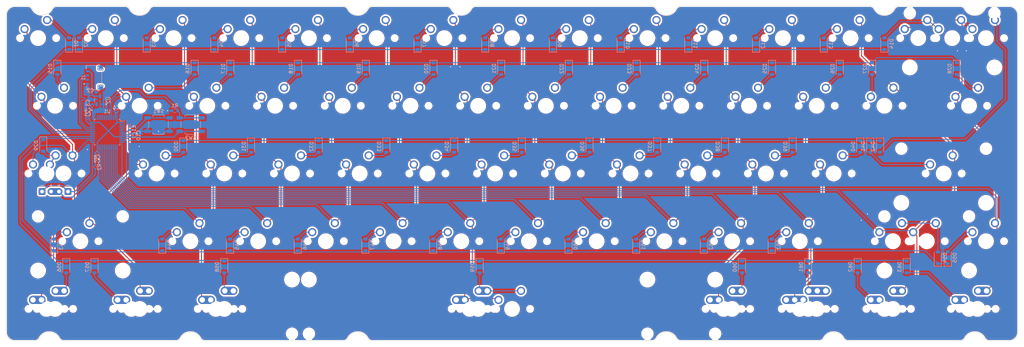
<source format=kicad_pcb>
(kicad_pcb (version 20221018) (generator pcbnew)
  (layers (0 "F.Cu" signal) (31 "B.Cu" signal) (34 "B.Paste" user) (35 "F.Paste" user) (36 "B.SilkS" user "B.Silkscreen") (37 "F.SilkS" user "F.Silkscreen") (38 "B.Mask" user) (39 "F.Mask" user) (44 "Edge.Cuts" user))
  (net 0 "")
  (net 1 "~{RST}")
  (net 2 "GND")
  (net 3 "+5V")
  (net 4 "+3V3")
  (net 5 "ROW0")
  (net 6 "Net-(D1-A)")
  (net 7 "Net-(D2-A)")
  (net 8 "Net-(D3-A)")
  (net 9 "Net-(D4-A)")
  (net 10 "Net-(D5-A)")
  (net 11 "Net-(D6-A)")
  (net 12 "Net-(D7-A)")
  (net 13 "Net-(D8-A)")
  (net 14 "Net-(D9-A)")
  (net 15 "Net-(D10-A)")
  (net 16 "Net-(D11-A)")
  (net 17 "Net-(D12-A)")
  (net 18 "Net-(D13-A)")
  (net 19 "Net-(D14-A)")
  (net 20 "ROW1")
  (net 21 "Net-(D15-A)")
  (net 22 "Net-(D16-A)")
  (net 23 "Net-(D17-A)")
  (net 24 "Net-(D18-A)")
  (net 25 "Net-(D19-A)")
  (net 26 "Net-(D20-A)")
  (net 27 "Net-(D21-A)")
  (net 28 "Net-(D22-A)")
  (net 29 "Net-(D23-A)")
  (net 30 "Net-(D24-A)")
  (net 31 "Net-(D25-A)")
  (net 32 "Net-(D26-A)")
  (net 33 "Net-(D27-A)")
  (net 34 "Net-(D28-A)")
  (net 35 "ROW2")
  (net 36 "Net-(D29-A)")
  (net 37 "Net-(D30-A)")
  (net 38 "Net-(D31-A)")
  (net 39 "Net-(D32-A)")
  (net 40 "Net-(D33-A)")
  (net 41 "Net-(D34-A)")
  (net 42 "Net-(D35-A)")
  (net 43 "Net-(D36-A)")
  (net 44 "Net-(D37-A)")
  (net 45 "Net-(D38-A)")
  (net 46 "Net-(D39-A)")
  (net 47 "Net-(D40-A)")
  (net 48 "Net-(D41-A)")
  (net 49 "Net-(D42-A)")
  (net 50 "ROW3")
  (net 51 "Net-(D43-A)")
  (net 52 "Net-(D44-A)")
  (net 53 "Net-(D45-A)")
  (net 54 "Net-(D46-A)")
  (net 55 "Net-(D47-A)")
  (net 56 "Net-(D48-A)")
  (net 57 "Net-(D49-A)")
  (net 58 "Net-(D50-A)")
  (net 59 "Net-(D51-A)")
  (net 60 "Net-(D52-A)")
  (net 61 "Net-(D53-A)")
  (net 62 "Net-(D54-A)")
  (net 63 "Net-(D55-A)")
  (net 64 "ROW4")
  (net 65 "Net-(D56-A)")
  (net 66 "Net-(D57-A)")
  (net 67 "Net-(D58-A)")
  (net 68 "Net-(D59-A)")
  (net 69 "Net-(D60-A)")
  (net 70 "Net-(D61-A)")
  (net 71 "Net-(D62-A)")
  (net 72 "Net-(D63-A)")
  (net 73 "D-")
  (net 74 "D+")
  (net 75 "Net-(LED1-A)")
  (net 76 "COL00")
  (net 77 "COL01")
  (net 78 "COL02")
  (net 79 "COL03")
  (net 80 "COL04")
  (net 81 "COL05")
  (net 82 "COL06")
  (net 83 "COL07")
  (net 84 "COL08")
  (net 85 "COL09")
  (net 86 "COL10")
  (net 87 "COL11")
  (net 88 "COL12")
  (net 89 "COL13")
  (net 90 "BOOT0")
  (net 91 "CAPSLCK")
  (footprint "marbastlib-mx:SW_MX_1u" (layer "F.Cu") (at 123.825 9.525)
    (fp_text reference "MX7" hide)
    (fp_text value "6" hide)
  )
  (footprint "marbastlib-mx:SW_MX_1u" (layer "F.Cu") (at 90.4875 66.675)
    (fp_text reference "MX48" hide)
    (fp_text value "C" hide)
  )
  (footprint "marbastlib-mx:SW_MX_1u" (layer "F.Cu") (at 214.3125 47.625)
    (fp_text reference "MX41" hide)
    (fp_text value "SEMICOLON" hide)
  )
  (footprint "marbastlib-mx:SW_MX_1u" (layer "F.Cu") (at 52.3875 66.675)
    (fp_text reference "MX46" hide)
    (fp_text value "Z" hide)
  )
  (footprint "marbastlib-mx:SW_MX_1u" (layer "F.Cu") (at 276.225 9.525)
    (fp_text reference "MX44" hide)
    (fp_text value "R_SPLIT_BACKSPACE" hide)
  )
  (footprint "marbastlib-mx:SW_MX_1u" (layer "F.Cu") (at 130.96875 85.725)
    (fp_text reference "MX62" hide)
    (fp_text value "SPACE" hide)
  )
  (footprint "marbastlib-mx:SW_MX_1u" (layer "F.Cu") (at 114.3 28.575)
    (fp_text reference "MX21" hide)
    (fp_text value "T" hide)
  )
  (footprint "marbastlib-mx:SW_MX_1u" (layer "F.Cu") (at 264.31875 47.625)
    (fp_text reference "MX43" hide)
    (fp_text value "ENTER" hide)
  )
  (footprint "marbastlib-mx:STAB_MX_2.25u" (layer "F.Cu") (at 264.31875 47.625)
    (fp_text reference "S2" hide)
    (fp_text value "ENTER")
  )
  (footprint "marbastlib-mx:SW_MX_1u" (layer "F.Cu") (at 133.35 28.575)
    (fp_text reference "MX22" hide)
    (fp_text value "Y" hide)
  )
  (footprint "marbastlib-mx:SW_MX_1u" (layer "F.Cu") (at 71.4375 66.675)
    (fp_text reference "MX47" hide)
    (fp_text value "X" hide)
  )
  (footprint "marbastlib-mx:SW_MX_1u" (layer "F.Cu") (at 204.7875 66.675)
    (fp_text reference "MX54" hide)
    (fp_text value "PERIOD" hide)
  )
  (footprint "marbastlib-mx:SW_MX_1u" (layer "F.Cu") (at 190.5 28.575)
    (fp_text reference "MX25" hide)
    (fp_text value "O" hide)
  )
  (footprint "marbastlib-mx:SW_MX_1.75u_STP_1.25" (layer "F.Cu") (at 11.90625 47.625)
    (fp_text reference "MX30" hide)
    (fp_text value "STEPPED_CAPS" hide)
  )
  (footprint "marbastlib-mx:SW_MX_1.25u" (layer "F.Cu") (at 202.40625 85.725)
    (fp_text reference "MX63" hide)
    (fp_text value "R_ALT" hide)
  )
  (footprint "marbastlib-mx:SW_MX_1u" (layer "F.Cu") (at 142.875 9.525)
    (fp_text reference "MX8" hide)
    (fp_text value "7" hide)
  )
  (footprint "marbastlib-mx:SW_MX_1u" (layer "F.Cu") (at 66.675 9.525)
    (fp_text reference "MX4" hide)
    (fp_text value "3" hide)
  )
  (footprint "marbastlib-mx:SW_MX_1u" (layer "F.Cu") (at 119.0625 47.625)
    (fp_text reference "MX36" hide)
    (fp_text value "G" hide)
  )
  (footprint "marbastlib-mx:SW_MX_1u" (layer "F.Cu") (at 9.525 9.525)
    (fp_text reference "MX1" hide)
    (fp_text value "ESC" hide)
  )
  (footprint "marbastlib-mx:SW_MX_1u" (layer "F.Cu") (at 42.8625 47.625)
    (fp_text reference "MX32" hide)
    (fp_text value "A" hide)
  )
  (footprint "marbastlib-mx:SW_MX_1u" (layer "F.Cu") (at 171.45 28.575)
    (fp_text reference "MX24" hide)
    (fp_text value "I" hide)
  )
  (footprint "marbastlib-mx:SW_MX_1u" (layer "F.Cu") (at 238.125 9.525)
    (fp_text reference "MX13" hide)
    (fp_text value "EQUALS" hide)
  )
  (footprint "marbastlib-mx:SW_MX_1u" (layer "F.Cu") (at 247.65 28.575)
    (fp_text reference "MX28" hide)
    (fp_text value "R_BRACKET" hide)
  )
  (footprint "marbastlib-mx:SW_MX_1.25u" (layer "F.Cu") (at 250.03125 85.725)
    (fp_text reference "MX65" hide)
    (fp_text value "APP" hide)
  )
  (footprint "marbastlib-mx:SW_MX_1.5u" (layer "F.Cu") (at 14.2875 85.725)
    (fp_text reference "MX67" hide)
    (fp_text value "TSANG_L_CTRL" hide)
  )
  (footprint "marbastlib-mx:SW_MX_1u" (layer "F.Cu") (at 176.2125 47.625)
    (fp_text reference "MX39" hide)
    (fp_text value "K" hide)
  )
  (footprint "marbastlib-mx:SW_MX_1u" (layer "F.Cu") (at 57.15 28.575)
    (fp_text reference "MX18" hide)
    (fp_text value "W" hide)
  )
  (footprint "marbastlib-mx:STAB_MX_2.75u" (layer "F.Cu") (at 259.55625 66.675)
    (fp_text reference "S4" hide)
    (fp_text value "R_SHIFT")
  )
  (footprint "marbastlib-mx:SW_MX_1u" (layer "F.Cu") (at 166.6875 66.675)
    (fp_text reference "MX52" hide)
    (fp_text value "M" hide)
  )
  (footprint "marbastlib-mx:STAB_MX_2u" (layer "F.Cu") (at 266.7 9.525)
    (fp_text reference "S1" hide)
    (fp_text value "BACKSPACE")
  )
  (footprint "marbastlib-mx:SW_MX_1u" (layer "F.Cu") (at 228.6 28.575)
    (fp_text reference "MX27" hide)
    (fp_text value "L_BRACKET" hide)
  )
  (footprint "marbastlib-mx:SW_MX_1.25u" (layer "F.Cu") (at 59.53125 85.725)
    (fp_text reference "MX61" hide)
    (fp_text value "L_ALT" hide)
  )
  (footprint "marbastlib-mx:SW_MX_1.5u" (layer "F.Cu") (at 14.2875 28.575)
    (fp_text reference "MX16" hide)
    (fp_text value "TAB" hide)
  )
  (footprint "marbastlib-mx:SW_MX_1.25u" (layer "F.Cu") (at 273.84375 85.725)
    (fp_text reference "MX66" hide)
    (fp_text value "R_CTRL" hide)
  )
  (footprint "marbastlib-mx:STAB_MX_2.25u" (layer "F.Cu") (at 21.43125 66.675)
    (fp_text reference "S3" hide)
    (fp_text value "L_SHIFT")
  )
  (footprint "marbastlib-mx:SW_MX_1u" (layer "F.Cu") (at 95.25 28.575)
    (fp_text reference "MX20" hide)
    (fp_text value "R" hide)
  )
  (footprint "marbastlib-mx:SW_MX_1u" (layer "F.Cu") (at 147.6375 66.675)
    (fp_text reference "MX51" hide)
    (fp_text value "N" hide)
  )
  (footprint "marbastlib-mx:SW_MX_1u" (layer "F.Cu") (at 38.1 85.725)
    (fp_text reference "MX68" hide)
    (fp_text value "TSANG_L_GUI" hide)
  )
  (footprint "marbastlib-mx:SW_MX_1u" (layer "F.Cu") (at 80.9625 47.625)
    (fp_text reference "MX34" hide)
    (fp_text value "D" hide)
  )
  (footprint "marbastlib-mx:SW_MX_1u" (layer "F.Cu") (at 138.1125 47.625)
    (fp_text reference "MX37" hide)
    (fp_text value "H" hide)
  )
  (footprint "marbastlib-mx:SW_MX_1u" (layer "F.Cu") (at 247.65 85.725)
    (fp_text reference "MX72" hide)
    (fp_text value "TSANG_R_GUI" hide)
  )
  (footprint "marbastlib-mx:SW_MX_1u" (layer "F.Cu") (at 61.9125 47.625)
    (fp_text reference "MX33" hide)
    (fp_text value "S" hide)
  )
  (footprint "marbastlib-mx:SW_MX_1u" (layer "F.Cu") (at 157.1625 47.625)
    (fp_text reference "MX38" hide)
    (fp_text value "J" hide)
  )
  (footprint "marbastlib-mx:SW_MX_1u" (layer "F.Cu") (at 266.7 9.525)
    (fp_text reference "MX14" hide)
    (fp_text value "BACKSPACE" hide)
  )
  (footprint "marbastlib-mx:SW_MX_1u" (layer "F.Cu") (at 109.5375 66.675)
    (fp_text reference "MX49" hide)
    (fp_text value "V" hide)
  )
  (footprint "marbastlib-mx:SW_MX_1.25u" (layer "F.Cu") (at 11.90625 85.725)
    (fp_text reference "MX59" hide)
    (fp_text value "L_CTRL" hide)
  )
  (footprint "marbastlib-mx:SW_MX_1.75u" (layer "F.Cu") (at 16.66875 47.625)
    (fp_text reference "MX31" hide)
    (fp_text value "CAPS" hide)
  )
  (footprint "marbastlib-mx:LED_MX_3mm-ROT" (layer "F.Cu") (at 11.90625 52.705)
    (fp_text reference "LED2" hide)
    (fp_text value "LED" hide)
  )
  (footprint "marbastlib-mx:STAB_MX_7u" (layer "F.Cu") (at 142.875 85.725 180)
    (fp_text reference "S6" hide)
    (fp_text value "TSANG_SPACE")
  )
  (footprint "marbastlib-mx:LED_MX_3mm" (layer "F.Cu") (at 16.66875 52.705)
    (fp_text reference "LED1" hide)
    (fp_text value "LED" hide)
  )
  (footprint "marbastlib-mx:SW_MX_1u" (layer "F.Cu") (at 161.925 9.525)
    (fp_text reference "MX9" hide)
    (fp_text value "8" hide)
  )
  (footprint "marbastlib-mx:SW_MX_1u" (layer "F.Cu") (at 142.875 85.725)
    (fp_text reference "MX70" hide)
    (fp_text value "TSANG_SPACE" hide)
  )
  (footprint "marbastlib-mx:SW_MX_1u" (layer "F.Cu") (at 276.225 66.675)
    (fp_text reference "MX57" hide)
    (fp_text value "R_SPLIT_R_SHIFT" hide)
  )
  (footprint "marbastlib-mx:SW_MX_1u" (layer "F.Cu") (at 47.625 9.525)
    (fp_text reference "MX3" hide)
    (fp_text value "2" hide)
  )
  (footprint "marbastlib-mx:SW_MX_1u" (layer "F.Cu") (at 259.55625 66.675)
    (fp_text reference "MX56" hide)
    (fp_text value "R_SHIFT" hide)
  )
  (footprint "marbastlib-mx:SW_MX_1u" (layer "F.Cu") (at 152.4 28.575)
    (fp_text reference "MX23" hide)
    (fp_text value "U" hide)
  )
  (footprint "marbastlib-mx:SW_MX_1u" (layer "F.Cu") (at 28.575 9.525)
    (fp_text reference "MX2" hide)
    (fp_text value "1" hide)
  )
  (footprint "marbastlib-mx:SW_MX_1.5u" (layer "F.Cu") (at 204.7875 85.725)
    (fp_text reference "MX75" hide)
    (fp_text value "87U_R_ALT" hide)
  )
  (footprint "marbastlib-mx:SW_MX_1u" (layer "F.Cu") (at 100.0125 47.625)
    (fp_text reference "MX35" hide)
    (fp_text value "F" hide)
  )
  (footprint "marbastlib-mx:SW_MX_1u" (layer "F.Cu") (at 233.3625 47.625)
    (fp_text reference "MX42" hide)
    (fp_text value "QUOTE" hide)
  )
  (footprint "marbastlib-mx:SW_MX_1u" (layer "F.Cu") (at 76.2 28.575)
    (fp_text reference "MX19" hide)
    (fp_text value "E" hide)
  )
  (footprint "marbastlib-mx:SW_MX_1u" (layer "F.Cu") (at 219.075 9.525)
    (fp_text reference "MX12" hide)
    (fp_text value "MINUS" hide)
  )
  (footprint "marbastlib-mx:SW_MX_1.75u" (layer "F.Cu") (at 250.03125 66.675)
    (fp_text reference "MX58" hide)
    (fp_text value "L_SPLIT_R_SHIFT" hide)
  )
  (footprint "marbastlib-mx:SW_MX_1u" (layer "F.Cu") (at 200.025 9.525)
    (fp_text reference "MX11" hide)
    (fp_text value "0" hide)
  )
  (footprint "marbastlib-mx:SW_MX_1u" (layer "F.Cu") (at 104.775 9.525)
    (fp_text reference "MX6" hide)
    (fp_text value "5" hide)
  )
  (footprint "marbastlib-mx:SW_MX_1u" (layer "F.Cu") (at 209.55 28.575)
    (fp_text reference "MX26" hide)
    (fp_text value "P" hide)
  )
  (footprint "marbastlib-mx:STAB_MX_6.25u" (layer "F.Cu") (at 130.96875 85.725 180)
    (fp_text reference "S5" hide)
    (fp_text value "SPACE")
  )
  (footprint "marbastlib-mx:SW_MX_1u" (layer "F.Cu") (at 185.7375 66.675)
    (fp_text reference "MX53" hide)
    (fp_text value "COMMA" hide)
  )
  (footprint "marbastlib-mx:SW_MX_1u" (layer "F.Cu") (at 85.725 9.525)
    (fp_text reference "MX5" hide)
    (fp_text value "4" hide)
  )
  (footprint "marbastlib-mx:SW_MX_1u" (layer "F.Cu") (at 21.43125 66.675)
    (fp_text reference "MX45" hide)
    (fp_text value "L_SHIFT" hide)
  )
  (footprint "marbastlib-mx:SW_MX_1.5u" (layer "F.Cu") (at 61.9125 85.725)
    (fp_text reference "MX69" hide)
    (fp_text value "TSANG_L_ALT" hide)
  )
  (footprint "marbastlib-mx:SW_MX_1.5u" (layer "F.Cu") (at 271.4625 28.575)
    (fp_text reference "MX29" hide)
    (fp_text value "BACKSLASH" hide)
  )
  (footprint "marbastlib-mx:SW_MX_1u" (layer "F.Cu") (at 223.8375 66.675)
    (fp_text reference "MX55" hide)
    (fp_text value "FWDSLASH" hide)
  )
  (footprint "marbastlib-mx:SW_MX_1u" (layer "F.Cu") (at 228.6 85.725)
    (fp_text reference "MX76" hide)
    (fp_text value "87U_R_GUI" hide)
  )
  (footprint "marbastlib-mx:SW_MX_1u" (layer "F.Cu") (at 257.175 9.525)
    (fp_text reference "MX15" hide)
    (fp_text value "L_SPLIT_BACKSPACE" hide)
  )
  (footprint "marbastlib-mx:SW_MX_1.5u" (layer "F.Cu") (at 271.4625 85.725)
    (fp_text reference "MX73" hide)
    (fp_text value "TSANG_R_CTRL" hide)
  )
  (footprint "marbastlib-mx:SW_MX_1.5u" (layer "F.Cu") (at 223.8375 85.725)
    (fp_text reference "MX71" hide)
    (fp_text value "TSANG_R_ALT" hide)
  )
  (footprint "marbastlib-mx:SW_MX_1u" (layer "F.Cu") (at 195.2625 47.625)
    (fp_text reference "MX40" hide)
    (fp_text value "L" hide)
  )
  (footprint "marbastlib-mx:SW_MX_1.25u" (layer "F.Cu") (at 35.71875 85.725)
    (fp_text reference "MX60" hide)
    (fp_text value "L_GUI" hide)
  )
  (footprint "marbastlib-mx:SW_MX_1u" (layer "F.Cu") (at 180.975 9.525)
    (fp_text reference "MX10" hide)
    (fp_text value "9" hide)
  )
  (footprint "marbastlib-mx:SW_MX_1.25u" (layer "F.Cu") (at 226.21875 85.725)
    (fp_text reference "MX64" hide)
    (fp_text value "R_GUI" hide)
  )
  (footprint "marbastlib-mx:SW_MX_1u" (layer "F.Cu") (at 38.1 28.575)
    (fp_text reference "MX17" hide)
    (fp_text value "Q" hide)
  )
  (footprint "marbastlib-mx:SW_MX_1u" (layer "F.Cu") (at 133.35 85.725)
    (fp_text reference "MX74" hide)
    (fp_text value "6U_SPACE" hide)
  )
  (footprint "marbastlib-mx:SW_MX_1u" (layer "F.Cu") (at 128.5875 66.675)
    (fp_text reference "MX50" hide)
    (fp_text value "B" hide)
  )
  (footprint "Diode_SMD:D_SOD-123" (layer "B.Cu") (at 120.771875 18.109375 -90)
    (fp_text reference "D20")
    (fp_text value "D")
  )
  (footprint "Diode_SMD:D_SOD-123" (layer "B.Cu") (at 25.4 73.909375 -90)
    (fp_text reference "D57")
    (fp_text value "D")
  )
  (footprint "Diode_SMD:D_SOD-123" (layer "B.Cu") (at 154.384375 11.1125 90)
    (fp_text reference "D9")
    (fp_text value "D")
  )
  (footprint "Diode_SMD:D_SOD-123" (layer "B.Cu") (at 202.771875 40.009375 -90)
    (fp_text reference "D38")
    (fp_text value "D")
  )
  (footprint "Resistor_SMD:R_0603_1608Metric" (layer "B.Cu") (at 47.971875 29.959375 180)
    (fp_text reference "R1")
    (fp_text value "10k")
  )
  (footprint "Capacitor_SMD:C_0402_1005Metric" (layer "B.Cu") (at 24.675 28.6125 -90)
    (fp_text reference "C3")
    (fp_text value "1u")
  )
  (footprint "Diode_SMD:D_SOD-123" (layer "B.Cu") (at 40.084375 11.1125 90)
    (fp_text reference "D3")
    (fp_text value "D")
  )
  (footprint "Resistor_SMD:R_0402_1005Metric" (layer "B.Cu") (at 25.611875 45.784375 90)
    (fp_text reference "R2")
    (fp_text value "470R")
  )
  (footprint "Capacitor_SMD:C_0402_1005Metric" (layer "B.Cu") (at 31.471875 30.209375 180)
    (fp_text reference "C6")
    (fp_text value "100n")
  )
  (footprint "Diode_SMD:D_SOD-123" (layer "B.Cu") (at 207.565625 73.909375 -90)
    (fp_text reference "D60")
    (fp_text value "D")
  )
  (footprint "Diode_SMD:D_SOD-123" (layer "B.Cu") (at 235.071875 18.109375 -90)
    (fp_text reference "D26")
    (fp_text value "D")
  )
  (footprint "Capacitor_SMD:C_0402_1005Metric" (layer "B.Cu") (at 36.621875 36.889375 90)
    (fp_text reference "C10")
    (fp_text value "1u")
  )
  (footprint "Diode_SMD:D_SOD-123" (layer "B.Cu") (at 268.0125 18.109375 -90)
    (fp_text reference "D28")
    (fp_text value "D")
  )
  (footprint "Diode_SMD:D_SOD-123" (layer "B.Cu") (at 88.471875 40.009375 -90)
    (fp_text reference "D32")
    (fp_text value "D")
  )
  (footprint "Diode_SMD:D_SOD-123" (layer "B.Cu") (at 216.021875 18.109375 -90)
    (fp_text reference "D25")
    (fp_text value "D")
  )
  (footprint "Diode_SMD:D_SOD-123" (layer "B.Cu") (at 63.621875 18.109375 -90)
    (fp_text reference "D17")
    (fp_text value "D")
  )
  (footprint "Diode_SMD:D_SOD-123" (layer "B.Cu") (at 177.921875 18.109375 -90)
    (fp_text reference "D23")
    (fp_text value "D")
  )
  (footprint "Capacitor_SMD:C_0402_1005Metric" (layer "B.Cu") (at 23.491875 32.07506 180)
    (fp_text reference "C5")
    (fp_text value "100n")
  )
  (footprint "Diode_SMD:D_SOD-123" (layer "B.Cu") (at 135.334375 11.1125 90)
    (fp_text reference "D8")
    (fp_text value "D")
  )
  (footprint "Diode_SMD:D_SOD-123" (layer "B.Cu") (at 107.521875 40.009375 -90)
    (fp_text reference "D33")
    (fp_text value "D")
  )
  (footprint "Diode_SMD:D_SOD-123" (layer "B.Cu") (at 44.471875 67.709375 90)
    (fp_text reference "D44")
    (fp_text value "D")
  )
  (footprint "Diode_SMD:D_SOD-123" (layer "B.Cu") (at 221.821875 40.009375 -90)
    (fp_text reference "D39")
    (fp_text value "D")
  )
  (footprint "Diode_SMD:D_SOD-123" (layer "B.Cu") (at 253.921875 73.909375 -90)
    (fp_text reference "D63")
    (fp_text value "D")
  )
  (footprint "Diode_SMD:D_SOD-123" (layer "B.Cu") (at 244.2 18.109375 -90)
    (fp_text reference "D27")
    (fp_text value "D")
  )
  (footprint "Capacitor_SMD:C_0402_1005Metric" (layer "B.Cu") (at 24.209375 25.4 180)
    (fp_text reference "C2")
    (fp_text value "1u")
  )
  (footprint "Diode_SMD:D_SOD-123" (layer "B.Cu") (at 240.871875 40.009375 -90)
    (fp_text reference "D40")
    (fp_text value "D")
  )
  (footprint "Diode_SMD:D_SOD-123" (layer "B.Cu") (at 59.134375 11.1125 90)
    (fp_text reference "D4")
    (fp_text value "D")
  )
  (footprint "Diode_SMD:D_SOD-123" (layer "B.Cu") (at 139.721875 67.709375 90)
    (fp_text reference "D49")
    (fp_text value "D")
  )
  (footprint "Diode_SMD:D_SOD-123" (layer "B.Cu") (at 17.4625 73.909375 -90)
    (fp_text reference "D56")
    (fp_text value "D")
  )
  (footprint "Diode_SMD:D_SOD-123" (layer "B.Cu") (at 120.671875 67.709375 90)
    (fp_text reference "D48")
    (fp_text value "D")
  )
  (footprint "Diode_SMD:D_SOD-123" (layer "B.Cu") (at 101.621875 67.709375 90)
    (fp_text reference "D47")
    (fp_text value "D")
  )
  (footprint "Diode_SMD:D_SOD-123" (layer "B.Cu") (at 97.234375 11.1125 90)
    (fp_text reference "D6")
    (fp_text value "D")
  )
  (footprint "Diode_SMD:D_SOD-123" (layer "B.Cu") (at 158.771875 67.709375 90)
    (fp_text reference "D50")
    (fp_text value "D")
  )
  (footprint "Diode_SMD:D_SOD-123" (layer "B.Cu") (at 14 67.709375 90)
    (fp_text reference "D43")
    (fp_text value "D")
  )
  (footprint "Diode_SMD:D_SOD-123" (layer "B.Cu") (at 183.721875 40.009375 -90)
    (fp_text reference "D37")
    (fp_text value "D")
  )
  (footprint "Capacitor_SMD:C_0402_1005Metric" (layer "B.Cu") (at 26.111875 42.919375)
    (fp_text reference "C9")
    (fp_text value "10n")
  )
  (footprint "Diode_SMD:D_SOD-123" (layer "B.Cu") (at 196.971875 18.109375 -90)
    (fp_text reference "D24")
    (fp_text value "D")
  )
  (footprint "Diode_SMD:D_SOD-123" (layer "B.Cu") (at 246.428125 40.009375 -90)
    (fp_text reference "D42")
    (fp_text value "D")
  )
  (footprint "Diode_SMD:D_SOD-123" (layer "B.Cu") (at 133.746875 73.909375 -90)
    (fp_text reference "D59")
    (fp_text value "D")
  )
  (footprint "Package_QFP:LQFP-48_7x7mm_P0.5mm" (layer "B.Cu") (at 28.971875 36.009375 180)
    (fp_text reference "U1")
    (fp_text value "STM32F072CBTx")
  )
  (footprint "Diode_SMD:D_SOD-123" (layer "B.Cu") (at 61.9125 73.909375 -90)
    (fp_text reference "D58")
    (fp_text value "D")
  )
  (footprint "Diode_SMD:D_SOD-123" (layer "B.Cu") (at 247.65 11.1125 90)
    (fp_text reference "D14")
    (fp_text value "D")
  )
  (footprint "Diode_SMD:D_SOD-123" (layer "B.Cu") (at 82.671875 18.109375 -90)
    (fp_text reference "D18")
    (fp_text value "D")
  )
  (footprint "Package_TO_SOT_SMD:SOT-23-3" (layer "B.Cu") (at 26.9875 26.9875 90)
    (fp_text reference "U2")
    (fp_text value "XC6206PxxxMR")
  )
  (footprint "Diode_SMD:D_SOD-123" (layer "B.Cu") (at 265.45 71.334375 90)
    (fp_text reference "D55")
    (fp_text value "D")
  )
  (footprint "marbastlib-various:Molex_Pico-EZmate_78171-0004_1x04-1MP_P1.20mm_Vertical" (layer "B.Cu") (at 25.307 20.631 -90)
    (fp_text reference "J1")
    (fp_text value "Molex_Pico-EZmate_78171-0004_1x04")
  )
  (footprint "Diode_SMD:D_SOD-123" (layer "B.Cu") (at 82.571875 67.709375 90)
    (fp_text reference "D46")
    (fp_text value "D")
  )
  (footprint "Diode_SMD:D_SOD-123" (layer "B.Cu") (at 145.621875 40.009375 -90)
    (fp_text reference "D35")
    (fp_text value "D")
  )
  (footprint "Diode_SMD:D_SOD-123" (layer "B.Cu") (at 262.671875 71.334375 90)
    (fp_text reference "D54")
    (fp_text value "D")
  )
  (footprint "Capacitor_SMD:C_0402_1005Metric" (layer "B.Cu") (at 23.491875 30.943689 180)
    (fp_text reference "C4")
    (fp_text value "4.7u")
  )
  (footprint "Diode_SMD:D_SOD-123" (layer "B.Cu") (at 177.821875 67.709375 90)
    (fp_text reference "D51")
    (fp_text value "D")
  )
  (footprint "Diode_SMD:D_SOD-123" (layer "B.Cu") (at 50.371875 40.009375 -90)
    (fp_text reference "D30")
    (fp_text value "D")
  )
  (footprint "Button_Switch_SMD:SW_SPST_TL3342" (layer "B.Cu") (at 43.421875 33.859375 180)
    (fp_text reference "SW1")
    (fp_text value "RST")
  )
  (footprint "Diode_SMD:D_SOD-123" (layer "B.Cu") (at 215.921875 67.709375 90)
    (fp_text reference "D53")
    (fp_text value "D")
  )
  (footprint "Diode_SMD:D_SOD-123" (layer "B.Cu") (at 139.821875 18.109375 -90)
    (fp_text reference "D21")
    (fp_text value "D")
  )
  (footprint "Diode_SMD:D_SOD-123" (layer "B.Cu") (at 240.109375 73.909375 -90)
    (fp_text reference "D62")
    (fp_text value "D")
  )
  (footprint "Capacitor_SMD:C_0402_1005Metric" (layer "B.Cu") (at 35.321875 34.925 90)
    (fp_text reference "C1")
    (fp_text value "100n")
  )
  (footprint "Diode_SMD:D_SOD-123" (layer "B.Cu") (at 101.721875 18.109375 -90)
    (fp_text reference "D19")
    (fp_text value "D")
  )
  (footprint "Diode_SMD:D_SOD-123" (layer "B.Cu") (at 14.95 18.109375 -90)
    (fp_text reference "D15")
    (fp_text value "D")
  )
  (footprint "Diode_SMD:D_SOD-123" (layer "B.Cu") (at 173.434375 11.1125 90)
    (fp_text reference "D10")
    (fp_text value "D")
  )
  (footprint "Diode_SMD:D_SOD-123" (layer "B.Cu") (at 196.871875 67.709375 90)
    (fp_text reference "D52")
    (fp_text value "D")
  )
  (footprint "Capacitor_SMD:C_0402_1005Metric" (layer "B.Cu") (at 35.521875 36.889375 90)
    (fp_text reference "C7")
    (fp_text value "100n")
  )
  (footprint "Diode_SMD:D_SOD-123" (layer "B.Cu") (at 158.871875 18.109375 -90)
    (fp_text reference "D22")
    (fp_text value "D")
  )
  (footprint "Capacitor_SMD:C_0402_1005Metric" (layer "B.Cu") (at 26.111875 41.819375)
    (fp_text reference "C8")
    (fp_text value "100n")
  )
  (footprint "Button_Switch_SMD:SW_SPST_TL3342" (layer "B.Cu") (at 52.471875 33.859375)
    (fp_text reference "SW2")
    (fp_text value "BOOT")
  )
  (footprint "Diode_SMD:D_SOD-123" (layer "B.Cu") (at 226.21875 73.909375 -90)
    (fp_text reference "D61")
    (fp_text value "D")
  )
  (footprint "Diode_SMD:D_SOD-123" (layer "B.Cu") (at 18.25625 11.1125 90)
    (fp_text reference "D1")
    (fp_text value "D")
  )
  (footprint "Diode_SMD:D_SOD-123" (layer "B.Cu") (at 21.034375 11.1125 90)
    (fp_text reference "D2")
    (fp_text value "D")
  )
  (footprint "Diode_SMD:D_SOD-123" (layer "B.Cu") (at 230.584375 11.1125 90)
    (fp_text reference "D13")
    (fp_text value "D")
  )
  (footprint "Diode_SMD:D_SOD-123" (layer "B.Cu") (at 53.571875 18.109375 -90)
    (fp_text reference "D16")
    (fp_text value "D")
  )
  (footprint "Diode_SMD:D_SOD-123" (layer "B.Cu") (at 211.534375 11.1125 90)
    (fp_text reference "D12")
    (fp_text value "D")
  )
  (footprint "Diode_SMD:D_SOD-123" (layer "B.Cu") (at 69.421875 40.009375 -90)
    (fp_text reference "D31")
    (fp_text value "D")
  )
  (footprint "Diode_SMD:D_SOD-123" (layer "B.Cu") (at 116.284375 11.1125 90)
    (fp_text reference "D7")
    (fp_text value "D")
  )
  (footprint "Diode_SMD:D_SOD-123" (layer "B.Cu") (at 126.571875 40.009375 -90)
    (fp_text reference "D34")
    (fp_text value "D")
  )
  (footprint "Diode_SMD:D_SOD-123" (layer "B.Cu") (at 78.184375 11.1125 90)
    (fp_text reference "D5")
    (fp_text value "D")
  )
  (footprint "Diode_SMD:D_SOD-123" (layer "B.Cu") (at 10.971875 39.709375 -90)
    (fp_text reference "D29")
    (fp_text value "D")
  )
  (footprint "Diode_SMD:D_SOD-123" (layer "B.Cu") (at 63.521875 67.709375 90)
    (fp_text reference "D45")
    (fp_text value "D")
  )
  (footprint "Diode_SMD:D_SOD-123" (layer "B.Cu") (at 192.484375 11.1125 90)
    (fp_text reference "D11")
    (fp_text value "D")
  )
  (footprint "Diode_SMD:D_SOD-123" (layer "B.Cu") (at 243.65 40.009375 -90)
    (fp_text reference "D41")
    (fp_text value "D")
  )
  (footprint "Diode_SMD:D_SOD-123" (layer "B.Cu") (at 164.671875 40.009375 -90)
    (fp_text reference "D36")
    (fp_text value "D")
  )
  (gr_arc (start 190.398096 94.725) (mid 189.620378 94.507643) (end 189.068061 93.918549) (stroke (width 0.1)) (layer "Edge.Cuts"))
  (gr_arc locked (start 3.025 94.725) (mid 1.257233 93.992767) (end 0.525 92.225) (stroke (width 0.1)) (layer "Edge.Cuts"))
  (gr_line (start 14.798096 0.525) (end 33.976884 0.525) (stroke (width 0.1)) (layer "Edge.Cuts"))
  (gr_arc (start 40.893061 1.331452) (mid 38.09999 3.025) (end 35.306919 1.331451) (stroke (width 0.1)) (layer "Edge.Cuts"))
  (gr_arc (start 33.976884 0.525) (mid 34.7546 0.742359) (end 35.306919 1.331451) (stroke (width 0.1)) (layer "Edge.Cuts"))
  (gr_arc (start 182.151884 0.525) (mid 182.929602 0.742354) (end 183.481919 1.331451) (stroke (width 0.1)) (layer "Edge.Cuts"))
  (gr_arc (start 237.485596 94.725) (mid 236.70788 94.507641) (end 236.155561 93.918549) (stroke (width 0.1)) (layer "Edge.Cuts"))
  (gr_line (start 95.351884 94.725) (end 56.510596 94.725) (stroke (width 0.1)) (layer "Edge.Cuts"))
  (gr_arc locked (start 282.725 0.525) (mid 284.492767 1.257233) (end 285.225 3.025) (stroke (width 0.1)) (layer "Edge.Cuts"))
  (gr_line (start 42.223096 0.525) (end 95.351884 0.525) (stroke (width 0.1)) (layer "Edge.Cuts"))
  (gr_line locked (start 285.225 3.025) (end 285.225 92.225) (stroke (width 0.1)) (layer "Edge.Cuts"))
  (gr_line (start 3.025 0.525) (end 6.551884 0.525) (stroke (width 0.1)) (layer "Edge.Cuts"))
  (gr_line (start 190.398096 0.525) (end 243.526884 0.525) (stroke (width 0.1)) (layer "Edge.Cuts"))
  (gr_arc (start 277.198096 94.725) (mid 276.42038 94.507641) (end 275.868061 93.918549) (stroke (width 0.1)) (layer "Edge.Cuts"))
  (gr_arc (start 96.681919 93.918548) (mid 99.47499 92.224991) (end 102.268061 93.918549) (stroke (width 0.1)) (layer "Edge.Cuts"))
  (gr_line (start 132.710596 0.525) (end 182.151884 0.525) (stroke (width 0.1)) (layer "Edge.Cuts"))
  (gr_arc (start 270.281918 93.918548) (mid 269.729597 94.507636) (end 268.951884 94.725) (stroke (width 0.1)) (layer "Edge.Cuts"))
  (gr_line (start 229.239384 94.725) (end 190.398096 94.725) (stroke (width 0.1)) (layer "Edge.Cuts"))
  (gr_arc (start 9.881919 93.918548) (mid 12.67499 92.225) (end 15.468061 93.918549) (stroke (width 0.1)) (layer "Edge.Cuts"))
  (gr_arc (start 49.594418 93.918548) (mid 49.042097 94.507636) (end 48.264384 94.725) (stroke (width 0.1)) (layer "Edge.Cuts"))
  (gr_arc (start 102.268061 1.331452) (mid 99.47499 3.024991) (end 96.681919 1.331451) (stroke (width 0.1)) (layer "Edge.Cuts"))
  (gr_line (start 268.951884 94.725) (end 237.485596 94.725) (stroke (width 0.1)) (layer "Edge.Cuts"))
  (gr_arc (start 13.468062 1.331452) (mid 14.020383 0.742366) (end 14.798096 0.525) (stroke (width 0.1)) (layer "Edge.Cuts"))
  (gr_arc (start 56.510596 94.725) (mid 55.73288 94.507641) (end 55.180561 93.918549) (stroke (width 0.1)) (layer "Edge.Cuts"))
  (gr_arc (start 183.481919 93.918548) (mid 186.27499 92.224991) (end 189.068061 93.918549) (stroke (width 0.1)) (layer "Edge.Cuts"))
  (gr_arc (start 96.681918 93.918548) (mid 96.129595 94.507633) (end 95.351884 94.725) (stroke (width 0.1)) (layer "Edge.Cuts"))
  (gr_arc (start 268.951884 0.524992) (mid 269.729602 0.742346) (end 270.281919 1.331443) (stroke (width 0.1)) (layer "Edge.Cuts"))
  (gr_arc (start 95.351884 0.525) (mid 96.129602 0.742354) (end 96.681919 1.331451) (stroke (width 0.1)) (layer "Edge.Cuts"))
  (gr_arc (start 189.068062 1.331452) (mid 189.620383 0.742366) (end 190.398096 0.525) (stroke (width 0.1)) (layer "Edge.Cuts"))
  (gr_arc (start 275.868061 1.331444) (mid 273.07499 3.024983) (end 270.281919 1.331443) (stroke (width 0.1)) (layer "Edge.Cuts"))
  (gr_arc (start 13.468061 1.331452) (mid 10.67499 3.024991) (end 7.881919 1.331451) (stroke (width 0.1)) (layer "Edge.Cuts"))
  (gr_arc locked (start 0.525 3.025) (mid 1.257233 1.257233) (end 3.025 0.525) (stroke (width 0.1)) (layer "Edge.Cuts"))
  (gr_arc (start 270.281919 93.918548) (mid 273.07499 92.225) (end 275.868061 93.918549) (stroke (width 0.1)) (layer "Edge.Cuts"))
  (gr_arc (start 103.598096 94.725) (mid 102.820379 94.507644) (end 102.268061 93.918549) (stroke (width 0.1)) (layer "Edge.Cuts"))
  (gr_line locked (start 0.525 92.225) (end 0.525 3.025) (stroke (width 0.1)) (layer "Edge.Cuts"))
  (gr_arc (start 131.380562 1.331452) (mid 131.932883 0.742364) (end 132.710596 0.525) (stroke (width 0.1)) (layer "Edge.Cuts"))
  (gr_arc (start 230.569418 93.918548) (mid 230.017097 94.507636) (end 229.239384 94.725) (stroke (width 0.1)) (layer "Edge.Cuts"))
  (gr_arc (start 250.443061 1.331452) (mid 247.64999 3.025) (end 244.856919 1.331451) (stroke (width 0.1)) (layer "Edge.Cuts"))
  (gr_arc (start 6.551884 0.525) (mid 7.329602 0.742354) (end 7.881919 1.331451) (stroke (width 0.1)) (layer "Edge.Cuts"))
  (gr_arc (start 9.881918 93.918548) (mid 9.329597 94.507636) (end 8.551884 94.725) (stroke (width 0.1)) (layer "Edge.Cuts"))
  (gr_line (start 8.551884 94.725) (end 3.025 94.725) (stroke (width 0.1)) (layer "Edge.Cuts"))
  (gr_arc (start 275.868062 1.331444) (mid 276.420383 0.742358) (end 277.198096 0.524992) (stroke (width 0.1)) (layer "Edge.Cuts"))
  (gr_arc (start 230.569419 93.918548) (mid 233.36249 92.225) (end 236.155561 93.918549) (stroke (width 0.1)) (layer "Edge.Cuts"))
  (gr_line (start 182.151884 94.725) (end 103.598096 94.725) (stroke (width 0.1)) (layer "Edge.Cuts"))
  (gr_arc (start 189.068061 1.331452) (mid 186.27499 3.024991) (end 183.481919 1.331451) (stroke (width 0.1)) (layer "Edge.Cuts"))
  (gr_line (start 277.198096 0.524992) (end 282.725 0.524992) (stroke (width 0.1)) (layer "Edge.Cuts"))
  (gr_arc (start 40.893062 1.331452) (mid 41.445383 0.742364) (end 42.223096 0.525) (stroke (width 0.1)) (layer "Edge.Cuts"))
  (gr_arc (start 16.798096 94.725) (mid 16.02038 94.507641) (end 15.468061 93.918549) (stroke (width 0.1)) (layer "Edge.Cuts"))
  (gr_arc (start 124.464384 0.525) (mid 125.2421 0.742359) (end 125.794419 1.331451) (stroke (width 0.1)) (layer "Edge.Cuts"))
  (gr_arc (start 131.380561 1.331452) (mid 128.58749 3.025) (end 125.794419 1.331451) (stroke (width 0.1)) (layer "Edge.Cuts"))
  (gr_arc (start 102.268062 1.331452) (mid 102.820383 0.742366) (end 103.598096 0.525) (stroke (width 0.1)) (layer "Edge.Cuts"))
  (gr_line (start 103.598096 0.525) (end 124.464384 0.525) (stroke (width 0.1)) (layer "Edge.Cuts"))
  (gr_arc (start 250.443062 1.331452) (mid 250.995383 0.742364) (end 251.773096 0.525) (stroke (width 0.1)) (layer "Edge.Cuts"))
  (gr_arc locked (start 285.225 92.225) (mid 284.492767 93.992767) (end 282.725 94.725) (stroke (width 0.1)) (layer "Edge.Cuts"))
  (gr_arc (start 183.481918 93.918548) (mid 182.929595 94.507633) (end 182.151884 94.725) (stroke (width 0.1)) (layer "Edge.Cuts"))
  (gr_arc (start 243.526884 0.525) (mid 244.3046 0.742359) (end 244.856919 1.331451) (stroke (width 0.1)) (layer "Edge.Cuts"))
  (gr_line (start 282.725 94.725) (end 277.198096 94.725) (stroke (width 0.1)) (layer "Edge.Cuts"))
  (gr_line (start 48.264384 94.725) (end 16.798096 94.725) (stroke (width 0.1)) (layer "Edge.Cuts"))
  (gr_line (start 268.951884 0.524992) (end 251.773096 0.525) (stroke (width 0.1)) (layer "Edge.Cuts"))
  (gr_arc (start 49.594419 93.918548) (mid 52.38749 92.225) (end 55.180561 93.918549) (stroke (width 0.1)) (layer "Edge.Cuts"))
  (segment (start 36.82625 35.405) (end 35.321875 35.405) (width 0.3) (layer "B.Cu") (net 1))
  (segment (start 33.134375 36.259375) (end 34.140625 36.259375) (width 0.3) (layer "B.Cu") (net 1))
  (segment (start 40.271875 31.959375) (end 46.571875 31.959375) (width 0.3) (layer "B.Cu") (net 1))
  (segment (start 34.995 35.405) (end 35.321875 35.405) (width 0.3) (layer "B.Cu") (net 1))
  (segment (start 34.140625 36.259375) (end 34.995 35.405) (width 0.3) (layer "B.Cu") (net 1))
  (segment (start 40.271875 31.959375) (end 36.82625 35.405) (width 0.3) (layer "B.Cu") (net 1))
  (via (at 28.725 28.125) (size 0.5) (drill 0.3) (layers "F.Cu" "B.Cu") (net 2))
  (via (at 24.675 29.825) (size 0.5) (drill 0.3) (layers "F.Cu" "B.Cu") (net 2))
  (via (at 26.611875 43.719375) (size 0.5) (drill 0.3) (layers "F.Cu" "B.Cu") (net 2))
  (via (at 37.37875 36.389375) (size 0.5) (drill 0.3) (layers "F.Cu" "B.Cu") (net 2))
  (via (at 22.475 22.4125) (size 0.5) (drill 0.3) (layers "F.Cu" "B.Cu") (net 2))
  (via (at 128.2 17.6) (size 0.5) (drill 0.3) (layers "F.Cu" "B.Cu") (net 2))
  (via (at 30.971875 29.509375) (size 0.5) (drill 0.3) (layers "F.Cu" "B.Cu") (net 2))
  (via (at 268.2 13.1) (size 0.5) (drill 0.3) (layers "F.Cu" "B.Cu") (net 2))
  (via (at 43.421875 35.759375) (size 0.5) (drill 0.3) (layers "F.Cu" "B.Cu") (net 2))
  (via (at 125.6 17.6) (size 0.5) (drill 0.3) (layers "F.Cu" "B.Cu") (net 2))
  (via (at 270.7 13.1) (size 0.5) (drill 0.3) (layers "F.Cu" "B.Cu") (net 2))
  (via (at 45.971875 29.959375) (size 0.5) (drill 0.3) (layers "F.Cu" "B.Cu") (net 2))
  (via (at 36.361875 34.439375) (size 0.5) (drill 0.3) (layers "F.Cu" "B.Cu") (net 2))
  (via (at 23.415625 40.878125) (size 0.5) (drill 0.3) (layers "F.Cu" "B.Cu") (net 2))
  (via (at 38 40) (size 0.5) (drill 0.3) (layers "F.Cu" "B.Cu") (net 2))
  (via (at 242.9 59) (size 0.5) (drill 0.3) (layers "F.Cu" "B.Cu") (net 2))
  (via (at 241.1 60.8) (size 0.5) (drill 0.3) (layers "F.Cu" "B.Cu") (net 2))
  (segment (start 35.171875 36.759375) (end 33.134375 36.759375) (width 0.3) (layer "B.Cu") (net 2))
  (segment (start 23.432 25.102625) (end 23.729375 25.4) (width 0.4) (layer "B.Cu") (net 2))
  (segment (start 31.221875 30.439375) (end 31.221875 31.846875) (width 0.3) (layer "B.Cu") (net 2))
  (segment (start 37.37875 36.389375) (end 38.00875 35.759375) (width 0.3) (layer "B.Cu") (net 2))
  (segment (start 23.011876 30.943689) (end 23.011876 32.07506) (width 0.3) (layer "B.Cu") (net 2))
  (segment (start 30.991875 30.209375) (end 31.221875 30.439375) (width 0.3) (layer "B.Cu") (net 2))
  (segment (start 36.361875 34.439375) (end 35.3275 34.439375) (width 0.3) (layer "B.Cu") (net 2))
  (segment (start 26.611875 43.719375) (end 26.611875 50.019375) (width 0.3) (layer "B.Cu") (net 2))
  (segment (start 35.521875 36.409375) (end 35.171875 36.759375) (width 0.3) (layer "B.Cu") (net 2))
  (segment (start 38.00875 35.759375) (end 40.271875 35.759375) (width 0.3) (layer "B.Cu") (net 2))
  (segment (start 26.721875 40.171875) (end 26.721875 41.689375) (width 0.3) (layer "B.Cu") (net 2))
  (segment (start 43.396875 35.759375) (end 46.571875 35.759375) (width 0.3) (layer "B.Cu") (net 2))
  (segment (start 22.475 22.4125) (end 23.4135 22.4125) (width 0.4) (layer "B.Cu") (net 2))
  (segment (start 26.611875 43.719375) (end 26.611875 42.939375) (width 0.3) (layer "B.Cu") (net 2))
  (segment (start 23.4135 22.4125) (end 23.432 22.431) (width 0.25) (layer "B.Cu") (net 2))
  (segment (start 37.37875 36.389375) (end 36.641875 36.389375) (width 0.3) (layer "B.Cu") (net 2))
  (segment (start 28.725 28.125) (end 27.9375 28.125) (width 0.4) (layer "B.Cu") (net 2))
  (segment (start 24.675 29.0925) (end 24.675 29.825) (width 0.3) (layer "B.Cu") (net 2))
  (segment (start 35.3275 34.439375) (end 35.321875 34.445) (width 0.3) (layer "B.Cu") (net 2))
  (segment (start 23.011875 32.800416) (end 23.970834 33.759375) (width 0.3) (layer "B.Cu") (net 2))
  (segment (start 26.721875 41.689375) (end 26.591875 41.819375) (width 0.3) (layer "B.Cu") (net 2))
  (segment (start 23.011875 32.07506) (end 23.011875 32.800416) (width 0.3) (layer "B.Cu") (net 2))
  (segment (start 30.971875 29.509375) (end 30.971875 30.28625) (width 0.3) (layer "B.Cu") (net 2))
  (segment (start 26.591875 41.819375) (end 26.591875 42.919375) (width 0.3) (layer "B.Cu") (net 2))
  (segment (start 35.521875 36.409375) (end 36.621875 36.409375) (width 0.3) (layer "B.Cu") (net 2))
  (segment (start 47.146875 29.959375) (end 45.971875 29.959375) (width 0.3) (layer "B.Cu") (net 2))
  (segment (start 35.895 36.5125) (end 35.875 36.5325) (width 0.3) (layer "B.Cu") (net 2))
  (segment (start 23.432 22.431) (end 23.432 25.102625) (width 0.4) (layer "B.Cu") (net 2))
  (segment (start 43.396875 35.759375) (end 40.271875 35.759375) (width 0.3) (layer "B.Cu") (net 2))
  (segment (start 23.970834 33.759375) (end 24.809375 33.759375) (width 0.3) (layer "B.Cu") (net 2))
  (segment (start 24.689375 25.4) (end 25.139375 25.85) (width 0.4) (layer "B.Cu") (net 3))
  (segment (start 24.689375 19.53) (end 24.689375 25.4) (width 0.4) (layer "B.Cu") (net 3))
  (segment (start 23.432 18.831) (end 23.990375 18.831) (width 0.4) (layer "B.Cu") (net 3))
  (segment (start 23.990375 18.831) (end 24.689375 19.53) (width 0.4) (layer "B.Cu") (net 3))
  (segment (start 25.139375 25.85) (end 26.9875 25.85) (width 0.4) (layer "B.Cu") (net 3))
  (segment (start 31.375 33.6125) (end 26.221875 38.765625) (width 0.3) (layer "B.Cu") (net 4))
  (segment (start 31.721875 31.846875) (end 31.721875 30.439375) (width 0.3) (layer "B.Cu") (net 4))
  (segment (start 49.321875 35.759375) (end 55.621875 35.759375) (width 0.3) (layer "B.Cu") (net 4))
  (segment (start 24.6825 28.125) (end 24.675 28.1325) (width 0.4) (layer "B.Cu") (net 4))
  (segment (start 25.631875 42.919375) (end 25.631875 45.274375) (width 0.3) (layer "B.Cu") (net 4))
  (segment (start 30.921875 37.259375) (end 33.134375 37.259375) (width 0.3) (layer "B.Cu") (net 4))
  (segment (start 25.631875 41.77641) (end 25.631875 41.819375) (width 0.3) (layer "B.Cu") (net 4))
  (segment (start 24.421875 33.259375) (end 24.809375 33.259375) (width 0.3) (layer "B.Cu") (net 4))
  (segment (start 47.711875 37.369375) (end 49.321875 35.759375) (width 0.3) (layer "B.Cu") (net 4))
  (segment (start 24.675 28.1325) (end 24.561325 28.1325) (width 0.4) (layer "B.Cu") (net 4))
  (segment (start 24.561325 28.1325) (end 23.971875 28.72195) (width 0.3) (layer "B.Cu") (net 4))
  (segment (start 24.809375 33.259375) (end 26.921875 33.259375) (width 0.3) (layer "B.Cu") (net 4))
  (segment (start 36.621875 37.369375) (end 47.711875 37.369375) (width 0.3) (layer "B.Cu") (net 4))
  (segment (start 31.721875 30.439375) (end 31.951875 30.209375) (width 0.3) (layer "B.Cu") (net 4))
  (segment (start 31.721875 33.265625) (end 31.375 33.6125) (width 0.3) (layer "B.Cu") (net 4))
  (segment (start 23.971875 30.943689) (end 23.971875 32.07506) (width 0.3) (layer "B.Cu") (net 4))
  (segment (start 33.134375 33.259375) (end 31.728125 33.259375) (width 0.3) (layer "B.Cu") (net 4))
  (segment (start 31.728125 33.259375) (end 31.375 33.6125) (width 0.3) (layer "B.Cu") (net 4))
  (segment (start 23.971875 32.809375) (end 24.421875 33.259375) (width 0.3) (layer "B.Cu") (net 4))
  (segment (start 26.921875 33.259375) (end 30.921875 37.259375) (width 0.3) (layer "B.Cu") (net 4))
  (segment (start 35.521875 37.369375) (end 35.411875 37.259375) (width 0.3) (layer "B.Cu") (net 4))
  (segment (start 25.631875 41.819375) (end 25.631875 42.919375) (width 0.3) (layer "B.Cu") (net 4))
  (segment (start 35.521875 37.369375) (end 36.621875 37.369375) (width 0.3) (layer "B.Cu") (net 4))
  (segment (start 26.221875 40.171875) (end 26.221875 41.18641) (width 0.3) (layer "B.Cu") (net 4))
  (segment (start 31.721875 31.846875) (end 31.721875 33.265625) (width 0.3) (layer "B.Cu") (net 4))
  (segment (start 26.0375 28.125) (end 24.6825 28.125) (width 0.3) (layer "B.Cu") (net 4))
  (segment (start 26.221875 38.765625) (end 26.221875 40.171875) (width 0.3) (layer "B.Cu") (net 4))
  (segment (start 26.221875 41.18641) (end 25.631875 41.77641) (width 0.3) (layer "B.Cu") (net 4))
  (segment (start 23.971875 32.07506) (end 23.971875 32.809375) (width 0.3) (layer "B.Cu") (net 4))
  (segment (start 35.411875 37.259375) (end 33.134375 37.259375) (width 0.3) (layer "B.Cu") (net 4))
  (segment (start 23.971875 28.72195) (end 23.971875 30.943689) (width 0.3) (layer "B.Cu") (net 4))
  (segment (start 18.25625 12.7625) (end 17.125308 12.7625) (width 0.25) (layer "B.Cu") (net 5))
  (segment (start 7.071875 29.509375) (end 13.821875 36.259375) (width 0.25) (layer "B.Cu") (net 5))
  (segment (start 7.071875 22.815933) (end 7.071875 29.509375) (width 0.25) (layer "B.Cu") (net 5))
  (segment (start 17.125308 12.7625) (end 7.071875 22.815933) (width 0.25) (layer "B.Cu") (net 5))
  (segment (start 13.821875 36.259375) (end 24.809375 36.259375) (width 0.25) (layer "B.Cu") (net 5))
  (segment (start 247.65 12.7625) (end 18.25625 12.7625) (width 0.25) (layer "B.Cu") (net 5))
  (segment (start 13.23875 4.445) (end 12.065 4.445) (width 0.25) (layer "B.Cu") (net 6))
  (segment (start 18.25625 9.4625) (end 13.23875 4.445) (width 0.25) (layer "B.Cu") (net 6))
  (segment (start 21.034375 9.4625) (end 23.511875 6.985) (width 0.25) (layer "B.Cu") (net 7))
  (segment (start 23.511875 6.985) (end 24.765 6.985) (width 0.25) (layer "B.Cu") (net 7))
  (segment (start 42.561875 6.985) (end 43.815 6.985) (width 0.25) (layer "B.Cu") (net 8))
  (segment (start 40.084375 9.4625) (end 42.561875 6.985) (width 0.25) (layer "B.Cu") (net 8))
  (segment (start 59.134375 9.4625) (end 61.611875 6.985) (width 0.25) (layer "B.Cu") (net 9))
  (segment (start 61.611875 6.985) (end 62.865 6.985) (width 0.25) (layer "B.Cu") (net 9))
  (segment (start 78.184375 9.4625) (end 80.661875 6.985) (width 0.25) (layer "B.Cu") (net 10))
  (segment (start 80.661875 6.985) (end 81.915 6.985) (width 0.25) (layer "B.Cu") (net 10))
  (segment (start 99.711875 6.985) (end 100.965 6.985) (width 0.25) (layer "B.Cu") (net 11))
  (segment (start 97.234375 9.4625) (end 99.711875 6.985) (width 0.25) (layer "B.Cu") (net 11))
  (segment (start 116.284375 9.4625) (end 118.761875 6.985) (width 0.25) (layer "B.Cu") (net 12))
  (segment (start 118.761875 6.985) (end 120.015 6.985) (width 0.25) (layer "B.Cu") (net 12))
  (segment (start 135.334375 9.4625) (end 137.811875 6.985) (width 0.25) (layer "B.Cu") (net 13))
  (segment (start 137.811875 6.985) (end 139.065 6.985) (width 0.25) (layer "B.Cu") (net 13))
  (segment (start 156.861875 6.985) (end 158.115 6.985) (width 0.25) (layer "B.Cu") (net 14))
  (segment (start 154.384375 9.4625) (end 156.861875 6.985) (width 0.25) (layer "B.Cu") (net 14))
  (segment (start 173.434375 9.4625) (end 175.911875 6.985) (width 0.25) (layer "B.Cu") (net 15))
  (segment (start 175.911875 6.985) (end 177.165 6.985) (width 0.25) (layer "B.Cu") (net 15))
  (segment (start 194.961875 6.985) (end 196.215 6.985) (width 0.25) (layer "B.Cu") (net 16))
  (segment (start 192.484375 9.4625) (end 194.961875 6.985) (width 0.25) (layer "B.Cu") (net 16))
  (segment (start 211.534375 9.4625) (end 214.011875 6.985) (width 0.25) (layer "B.Cu") (net 17))
  (segment (start 214.011875 6.985) (end 215.265 6.985) (width 0.25) (layer "B.Cu") (net 17))
  (segment (start 230.584375 9.4625) (end 233.061875 6.985) (width 0.25) (layer "B.Cu") (net 18))
  (segment (start 233.061875 6.985) (end 234.315 6.985) (width 0.25) (layer "B.Cu") (net 18))
  (segment (start 259.715 4.445) (end 259.250625 4.909375) (width 0.25) (layer "B.Cu") (net 19))
  (segment (start 262.89 6.985) (end 259.715 4.445) (width 0.25) (layer "B.Cu") (net 19))
  (segment (start 259.250625 4.909375) (end 252.203125 4.909375) (width 0.25) (layer "B.Cu") (net 19))
  (segment (start 252.203125 4.909375) (end 247.65 9.4625) (width 0.25) (layer "B.Cu") (net 19))
  (segment (start 245.65 15.009375) (end 244.2 16.459375) (width 0.25) (layer "B.Cu") (net 20))
  (segment (start 266.5625 15.009375) (end 245.65 15.009375) (width 0.25) (layer "B.Cu") (net 20))
  (segment (start 7.571875 29.309375) (end 14.021875 35.759375) (width 0.25) (layer "B.Cu") (net 20))
  (segment (start 7.571875 23.69375) (end 7.571875 29.309375) (width 0.25) (layer "B.Cu") (net 20))
  (segment (start 14.80625 16.459375) (end 244.2 16.459375) (width 0.25) (layer "B.Cu") (net 20))
  (segment (start 14.021875 35.759375) (end 24.809375 35.759375) (width 0.25) (layer "B.Cu") (net 20))
  (segment (start 14.80625 16.459375) (end 7.571875 23.69375) (width 0.25) (layer "B.Cu") (net 20))
  (segment (start 268.0125 16.459375) (end 266.5625 15.009375) (width 0.25) (layer "B.Cu") (net 20))
  (segment (start 14.95 19.903125) (end 14.95 21.6175) (width 0.25) (layer "B.Cu") (net 21))
  (segment (start 14.95 21.6175) (end 16.8275 23.495) (width 0.25) (layer "B.Cu") (net 21))
  (segment (start 40.64 23.495) (end 49.83625 23.495) (width 0.25) (layer "B.Cu") (net 22))
  (segment (start 49.83625 23.495) (end 53.571875 19.759375) (width 0.25) (layer "B.Cu") (net 22))
  (segment (start 63.621875 19.759375) (end 63.425625 19.759375) (width 0.25) (layer "B.Cu") (net 23))
  (segment (start 63.425625 19.759375) (end 59.69 23.495) (width 0.25) (layer "B.Cu") (net 23))
  (segment (start 82.475625 19.759375) (end 78.74 23.495) (width 0.25) (layer "B.Cu") (net 24))
  (segment (start 82.671875 19.759375) (end 82.475625 19.759375) (width 0.25) (layer "B.Cu") (net 24))
  (segment (start 101.525625 19.759375) (end 97.79 23.495) (width 0.25) (layer "B.Cu") (net 25))
  (segment (start 101.721875 19.759375) (end 101.525625 19.759375) (width 0.25) (layer "B.Cu") (net 25))
  (segment (start 120.771875 19.759375) (end 120.575625 19.759375) (width 0.25) (layer "B.Cu") (net 26))
  (segment (start 120.575625 19.759375) (end 116.84 23.495) (width 0.25) (layer "B.Cu") (net 26))
  (segment (start 139.821875 19.759375) (end 139.625625 19.759375) (width 0.25) (layer "B.Cu") (net 27))
  (segment (start 139.625625 19.759375) (end 135.89 23.495) (width 0.25) (layer "B.Cu") (net 27))
  (segment (start 158.675625 19.759375) (end 154.94 23.495) (width 0.25) (layer "B.Cu") (net 28))
  (segment (start 158.871875 19.759375) (end 158.675625 19.759375) (width 0.25) (layer "B.Cu") (net 28))
  (segment (start 177.921875 19.759375) (end 177.725625 19.759375) (width 0.25) (layer "B.Cu") (net 29))
  (segment (start 177.725625 19.759375) (end 173.99 23.495) (width 0.25) (layer "B.Cu") (net 29))
  (segment (start 196.971875 19.759375) (end 196.775625 19.759375) (width 0.25) (layer "B.Cu") (net 30))
  (segment (start 196.775625 19.759375) (end 193.04 23.495) (width 0.25) (layer "B.Cu") (net 30))
  (segment (start 216.021875 19.759375) (end 215.825625 19.759375) (width 0.25) (layer "B.Cu") (net 31))
  (segment (start 215.825625 19.759375) (end 212.09 23.495) (width 0.25) (layer "B.Cu") (net 31))
  (segment (start 234.875625 19.759375) (end 231.14 23.495) (width 0.25) (layer "B.Cu") (net 32))
  (segment (start 235.071875 19.759375) (end 234.875625 19.759375) (width 0.25) (layer "B.Cu") (net 32))
  (segment (start 244.2 25.675) (end 244.2 19.759375) (width 0.25) (layer "B.Cu") (net 33))
  (segment (start 243.84 26.035) (end 244.2 25.675) (width 0.25) (layer "B.Cu") (net 33))
  (segment (start 271.748125 23.495) (end 274.0025 23.495) (width 0.25) (layer "B.Cu") (net 34))
  (segment (start 268.0125 19.759375) (end 271.748125 23.495) (width 0.25) (layer "B.Cu") (net 34))
  (segment (start 35.321875 38.359375) (end 34.721875 37.759375) (width 0.25) (layer "B.Cu") (net 35))
  (segment (start 246.428125 38.359375) (end 50.371875 38.359375) (width 0.25) (layer "B.Cu") (net 35))
  (segment (start 50.371875 38.359375) (end 35.321875 38.359375) (width 0.25) (layer "B.Cu") (net 35))
  (segment (start 34.721875 37.759375) (end 33.134375 37.759375) (width 0.25) (layer "B.Cu") (net 35))
  (segment (start 12.85875 45.085) (end 14.44625 42.545) (width 0.25) (layer "F.Cu") (net 36))
  (segment (start 12.1575 42.545) (end 10.971875 41.359375) (width 0.25) (layer "B.Cu") (net 36))
  (segment (start 12.85875 45.085) (end 14.44625 42.545) (width 0.25) (layer "B.Cu") (net 36))
  (segment (start 14.44625 42.545) (end 12.1575 42.545) (width 0.25) (layer "B.Cu") (net 36))
  (segment (start 49.48625 42.545) (end 45.4025 42.545) (width 0.25) (layer "B.Cu") (net 37))
  (segment (start 50.371875 41.659375) (end 49.48625 42.545) (width 0.25) (layer "B.Cu") (net 37))
  (segment (start 68.53625 42.545) (end 64.4525 42.545) (width 0.25) (layer "B.Cu") (net 38))
  (segment (start 69.421875 41.659375) (end 68.53625 42.545) (width 0.25) (layer "B.Cu") (net 38))
  (segment (start 88.471875 41.659375) (end 87.58625 42.545) (width 0.25) (layer "B.Cu") (net 39))
  (segment (start 87.58625 42.545) (end 83.5025 42.545) (width 0.25) (layer "B.Cu") (net 39))
  (segment (start 107.521875 41.659375) (end 106.63625 42.545) (width 0.25) (layer "B.Cu") (net 40))
  (segment (start 106.63625 42.545) (end 102.5525 42.545) (width 0.25) (layer "B.Cu") (net 40))
  (segment (start 121.6025 42.545) (end 125.68625 42.545) (width 0.25) (layer "B.Cu") (net 41))
  (segment (start 125.68625 42.545) (end 126.571875 41.659375) (width 0.25) (layer "B.Cu") (net 41))
  (segment (start 144.73625 42.545) (end 145.621875 41.659375) (width 0.25) (layer "B.Cu") (net 42))
  (segment (start 140.6525 42.545) (end 144.73625 42.545) (width 0.25) (layer "B.Cu") (net 42))
  (segment (start 159.7025 42.545) (end 163.78625 42.545) (width 0.25) (layer "B.Cu") (net 43))
  (segment (start 163.78625 42.545) (end 164.671875 41.659375) (width 0.25) (layer "B.Cu") (net 43))
  (segment (start 182.83625 42.545) (end 183.721875 41.659375) (width 0.25) (layer "B.Cu") (net 44))
  (segment (start 178.7525 42.545) (end 182.83625 42.545) (width 0.25) (layer "B.Cu") (net 44))
  (segment (start 197.8025 42.545) (end 201.88625 42.545) (width 0.25) (layer "B.Cu") (net 45))
  (segment (start 201.88625 42.545) (end 202.771875 41.659375) (width 0.25) (layer "B.Cu") (net 45))
  (segment (start 216.8525 42.545) (end 220.93625 42.545) (width 0.25) (layer "B.Cu") (net 46))
  (segment (start 220.93625 42.545) (end 221.821875 41.659375) (width 0.25) (layer "B.Cu") (net 46))
  (segment (start 239.98625 42.545) (end 240.871875 41.659375) (width 0.25) (layer "B.Cu") (net 47))
  (segment (start 235.9025 42.545) (end 239.98625 42.545) (width 0.25) (layer "B.Cu") (net 47))
  (segment (start 247.075625 45.085) (end 243.65 41.659375) (width 0.25) (layer "B.Cu") (net 48))
  (segment (start 260.50875 45.085) (end 247.075625 45.085) (width 0.25) (layer "B.Cu") (net 48))
  (segment (start 279.321875 5.001875) (end 278.765 4.445) (width 0.25) (layer "B.Cu") (net 49))
  (segment (start 279.321875 10.459375) (end 279.321875 5.001875) (width 0.25) (layer "B.Cu") (net 49))
  (segment (start 281.691875 26.689375) (end 281.691875 12.829375) (width 0.25) (layer "B.Cu") (net 49))
  (segment (start 281.691875 12.829375) (end 279.321875 10.459375) (width 0.25) (layer "B.Cu") (net 49))
  (segment (start 270.371875 38.009375) (end 281.691875 26.689375) (width 0.25) (layer "B.Cu") (net 49))
  (segment (start 250.078125 38.009375) (end 270.371875 38.009375) (width 0.25) (layer "B.Cu") (net 49))
  (segment (start 246.428125 41.659375) (end 250.078125 38.009375) (width 0.25) (layer "B.Cu") (net 49))
  (segment (start 5.071875 43.959375) (end 10.971875 38.059375) (width 0.25) (layer "B.Cu") (net 50))
  (segment (start 13.696875 69.359375) (end 5.071875 60.734375) (width 0.25) (layer "B.Cu") (net 50))
  (segment (start 13.821875 69.359375) (end 13.696875 69.359375) (width 0.25) (layer "B.Cu") (net 50))
  (segment (start 262.771875 72.984375) (end 259.146875 69.359375) (width 0.25) (layer "B.Cu") (net 50))
  (segment (start 265.45 72.984375) (end 262.671875 72.984375) (width 0.25) (layer "B.Cu") (net 50))
  (segment (start 24.809375 37.759375) (end 11.271875 37.759375) (width 0.25) (layer "B.Cu") (net 50))
  (segment (start 13.891875 69.429375) (end 13.821875 69.359375) (width 0.25) (layer "B.Cu") (net 50))
  (segment (start 11.271875 37.759375) (end 10.971875 38.059375) (width 0.25) (layer "B.Cu") (net 50))
  (segment (start 215.601875 69.679375) (end 215.921875 69.359375) (width 0.25) (layer "B.Cu") (net 50))
  (segment (start 13.891875 69.684375) (end 215.601875 69.684375) (width 0.25) (layer "B.Cu") (net 50))
  (segment (start 5.071875 60.734375) (end 5.071875 43.959375) (width 0.25) (layer "B.Cu") (net 50))
  (segment (start 13.891875 69.679375) (end 13.891875 69.429375) (width 0.25) (layer "B.Cu") (net 50))
  (segment (start 259.146875 69.359375) (end 215.921875 69.359375) (width 0.25) (layer "B.Cu") (net 50))
  (segment (start 14 66.059375) (end 15.924375 64.135) (width 0.25) (layer "B.Cu") (net 51))
  (segment (start 15.924375 64.135) (end 17.62125 64.135) (width 0.25) (layer "B.Cu") (net 51))
  (segment (start 44.471875 66.059375) (end 46.39625 64.135) (width 0.25) (layer "B.Cu") (net 52))
  (segment (start 46.39625 64.135) (end 48.5775 64.135) (width 0.25) (layer "B.Cu") (net 52))
  (segment (start 63.521875 66.059375) (end 65.44625 64.135) (width 0.25) (layer "B.Cu") (net 53))
  (segment (start 65.44625 64.135) (end 67.6275 64.135) (width 0.25) (layer "B.Cu") (net 53))
  (segment (start 82.571875 66.059375) (end 84.49625 64.135) (width 0.25) (layer "B.Cu") (net 54))
  (segment (start 84.49625 64.135) (end 86.6775 64.135) (width 0.25) (layer "B.Cu") (net 54))
  (segment (start 103.54625 64.135) (end 105.7275 64.135) (width 0.25) (layer "B.Cu") (net 55))
  (segment (start 101.621875 66.059375) (end 103.54625 64.135) (width 0.25) (layer "B.Cu") (net 55))
  (segment (start 120.671875 66.059375) (end 122.59625 64.135) (width 0.25) (layer "B.Cu") (net 56))
  (segment (start 122.59625 64.135) (end 124.7775 64.135) (width 0.25) (layer "B.Cu") (net 56))
  (segment (start 141.64625 64.135) (end 143.8275 64.135) (width 0.25) (layer "B.Cu") (net 57))
  (segment (start 139.721875 66.059375) (end 141.64625 64.135) (width 0.25) (layer "B.Cu") (net 57))
  (segment (start 158.771875 66.059375) (end 160.69625 64.135) (width 0.25) (layer "B.Cu") (net 58))
  (segment (start 160.69625 64.135) (end 162.8775 64.135) (width 0.25) (layer "B.Cu") (net 58))
  (segment (start 177.821875 66.059375) (end 179.74625 64.135) (width 0.25) (layer "B.Cu") (net 59))
  (segment (start 179.74625 64.135) (end 181.9275 64.135) (width 0.25) (layer "B.Cu") (net 59))
  (segment (start 196.871875 66.059375) (end 198.79625 64.135) (width 0.25) (layer "B.Cu") (net 60))
  (segment (start 198.79625 64.135) (end 200.9775 64.135) (width 0.25) (layer "B.Cu") (net 60))
  (segment (start 217.84625 64.135) (end 220.0275 64.135) (width 0.25) (layer "B.Cu") (net 61))
  (segment (start 215.921875 66.059375) (end 217.84625 64.135) (width 0.25) (layer "B.Cu") (net 61))
  (segment (start 262.671875 69.684375) (end 262.671875 62.270625) (width 0.25) (layer "B.Cu") (net 62))
  (segment (start 262.09625 61.595) (end 252.57125 61.595) (width 0.25) (layer "B.Cu") (net 62))
  (segment (start 262.671875 62.170625) (end 262.09625 61.595) (width 0.25) (layer "B.Cu") (net 62))
  (segment (start 265.45 69.684375) (end 270.999375 64.135) (width 0.25) (layer "B.Cu") (net 63))
  (segment (start 270.999375 64.135) (end 272.415 64.135) (width 0.25) (layer "B.Cu") (net 63))
  (segment (start 4.496875 43.084375) (end 4.496875 61.662192) (width 0.25) (layer "B.Cu") (net 64))
  (segment (start 24.809375 37.259375) (end 10.321875 37.259375) (width 0.25) (layer "B.Cu") (net 64))
  (segment (start 10.321875 37.259375) (end 4.496875 43.084375) (width 0.25) (layer "B.Cu") (net 64))
  (segment (start 14.924058 72.089375) (end 18.171875 72.089375) (width 0.25) (layer "B.Cu") (net 64))
  (segment (start 17.6325 72.089375) (end 17.4625 72.259375) (width 0.25) (layer "B.Cu") (net 64))
  (segment (start 4.496875 61.662192) (end 14.924058 72.089375) (width 0.25) (layer "B.Cu") (net 64))
  (segment (start 253.751875 72.089375) (end 17.6325 72.089375) (width 0.25) (layer "B.Cu") (net 64))
  (segment (start 14.44625 80.645) (end 16.8275 80.645) (width 2.3) (layer "F.Cu") (net 65))
  (segment (start 14.44625 80.645) (end 16.8275 80.645) (width 2.3) (layer "B.Cu") (net 65))
  (segment (start 17.4625 80.01) (end 16.8275 80.645) (width 0.25) (layer "B.Cu") (net 65))
  (segment (start 17.4625 75.559375) (end 17.4625 80.01) (width 0.25) (layer "B.Cu") (net 65))
  (segment (start 31.90875 83.185) (end 34.29 83.185) (width 2.3) (layer "F.Cu") (net 66))
  (segment (start 31.90875 83.185) (end 34.29 83.185) (width 2.3) (layer "B.Cu") (net 66))
  (segment (start 25.4 76.67625) (end 31.90875 83.185) (width 0.25) (layer "B.Cu") (net 66))
  (segment (start 25.4 75.559375) (end 25.4 76.67625) (width 0.25) (layer "B.Cu") (net 66))
  (segment (start 64.4525 80.645) (end 62.07125 80.645) (width 2.3) (layer "F.Cu") (net 67))
  (segment (start 61.9125 75.559375) (end 61.9125 80.48625) (width 0.25) (layer "B.Cu") (net 67))
  (segment (start 61.9125 80.48625) (end 62.07125 80.645) (width 0.25) (layer "B.Cu") (net 67))
  (segment (start 64.4375 80.645) (end 62.05625 80.645) (width 2.3) (layer "B.Cu") (net 67))
  (segment (start 133.50875 80.645) (end 135.89 80.645) (width 2.3) (layer "F.Cu") (net 68))
  (segment (start 133.50625 80.645) (end 135.8875 80.645) (width 2.3) (layer "B.Cu") (net 68))
  (segment (start 135.89 80.645) (end 145.415 80.645) (width 0.25) (layer "B.Cu") (net 68))
  (segment (start 133.746875 80.406875) (end 133.50875 80.645) (width 0.25) (layer "B.Cu") (net 68))
  (segment (start 133.746875 75.559375) (end 133.746875 80.406875) (width 0.25) (layer "B.Cu") (net 68))
  (segment (start 204.94625 80.645) (end 207.3275 80.645) (width 2.3) (layer "F.Cu") (net 69))
  (segment (start 204.94625 80.645) (end 207.3275 80.645) (width 2.3) (layer "B.Cu") (net 69))
  (segment (start 207.565625 80.406875) (end 207.3275 80.645) (width 0.25) (layer "B.Cu") (net 69))
  (segment (start 207.565625 75.559375) (end 207.565625 80.406875) (width 0.25) (layer "B.Cu") (net 69))
  (segment (start 226.3775 80.645) (end 231.14 80.645) (width 2.3) (layer "F.Cu") (net 70))
  (segment (start 226.21875 75.559375) (end 226.21875 80.48625) (width 0.25) (layer "B.Cu") (net 70))
  (segment (start 226.3775 80.645) (end 231.14 80.645) (width 2.3) (layer "B.Cu") (net 70))
  (segment (start 226.21875 80.48625) (end 226.3775 80.645) (width 0.25) (layer "B.Cu") (net 70))
  (segment (start 243.84 83.185) (end 246.22125 83.185) (width 2.3) (layer "F.Cu") (net 71))
  (segment (start 243.84 83.185) (end 240.109375 79.454375) (width 0.25) (layer "B.Cu") (net 71))
  (segment (start 240.109375 79.454375) (end 240.109375 75.559375) (width 0.25) (layer "B.Cu") (net 71))
  (segment (start 243.84 83.184375) (end 246.22125 83.184375) (width 2.3) (layer "B.Cu") (net 71))
  (segment (start 267.6525 83.185) (end 270.03375 83.185) (width 2.3) (layer "F.Cu") (net 72))
  (segment (start 260.026875 75.559375) (end 253.921875 75.559375) (width 0.25) (layer "B.Cu") (net 72))
  (segment (start 267.6525 83.185) (end 260.026875 75.559375) (width 0.25) (layer "B.Cu") (net 72))
  (segment (start 267.6525 83.184375) (end 270.03375 83.184375) (width 2.3) (layer "B.Cu") (net 72))
  (segment (start 23.307 20.031) (end 22.957 20.381) (width 0.25) (layer "B.Cu") (net 73))
  (segment (start 23.168321 35.259375) (end 24.809375 35.259375) (width 0.25) (layer "B.Cu") (net 73))
  (segment (start 22.360888 20.381) (end 21.221875 21.520013) (width 0.25) (layer "B.Cu") (net 73))
  (segment (start 22.957 20.381) (end 22.360888 20.381) (width 0.25) (layer "B.Cu") (net 73))
  (segment (start 21.221875 21.520013) (end 21.221875 33.312929) (width 0.25) (layer "B.Cu") (net 73))
  (segment (start 21.221875 33.312929) (end 23.168321 35.259375) (width 0.25) (layer "B.Cu") (net 73))
  (segment (start 23.432 20.031) (end 23.307 20.031) (width 0.25) (layer "B.Cu") (net 73))
  (segment (start 24.809375 34.759375) (end 23.375429 34.759375) (width 0.25) (layer "B.Cu") (net 74))
  (segment (start 21.971875 26.946875) (end 22.471875 26.946875) (width 0.25) (layer "B.Cu") (net 74))
  (segment (start 23.375429 34.759375) (end 21.721875 33.105821) (width 0.25) (layer "B.Cu") (net 74))
  (segment (start 21.721875 26.071875) (end 21.721875 21.727121) (width 0.25) (layer "B.Cu") (net 74))
  (segment (start 22.721875 26.696875) (end 22.721875 26.571875) (width 0.25) (layer "B.Cu") (net 74))
  (segment (start 22.957 20.881) (end 23.307 21.231) (width 0.25) (layer "B.Cu") (net 74))
  (segment (start 22.567996 20.881) (end 22.957 20.881) (width 0.25) (layer "B.Cu") (net 74))
  (segment (start 21.721875 33.105821) (end 21.721875 27.196875) (width 0.25) (layer "B.Cu") (net 74))
  (segment (start 21.971875 26.321875) (end 22.471875 26.321875) (width 0.25) (layer "B.Cu") (net 74))
  (segment (start 23.307 21.231) (end 23.432 21.231) (width 0.25) (layer "B.Cu") (net 74))
  (segment (start 21.721875 21.727121) (end 22.567996 20.881) (width 0.25) (layer "B.Cu") (net 74))
  (arc (start 22.471875 26.946875) (mid 22.648652 26.873652) (end 22.721875 26.696875) (width 0.25) (layer "B.Cu") (net 74))
  (arc (start 21.971875 26.321875) (mid 21.795098 26.248652) (end 21.721875 26.071875) (width 0.25) (layer "B.Cu") (net 74))
  (arc (start 21.721875 27.196875) (mid 21.795098 27.020098) (end 21.971875 26.946875) (width 0.25) (layer "B.Cu") (net 74))
  (arc (start 22.721875 26.571875) (mid 22.648652 26.395098) (end 22.471875 26.321875) (width 0.25) (layer "B.Cu") (net 74))
  (segment (start 13.17625 52.705) (end 15.39875 52.705) (width 1.905) (layer "F.Cu") (net 75))
  (segment (start 19.128125 54.371875) (end 17.032813 54.371875) (width 0.3) (layer "B.Cu") (net 75))
  (segment (start 17.032813 54.371875) (end 15.39875 52.737812) (width 0.3) (layer "B.Cu") (net 75))
  (segment (start 13.17625 52.705) (end 15.39875 52.705) (width 1.905) (layer "B.Cu") (net 75))
  (segment (start 25.611875 46.294375) (end 25.611875 47.888125) (width 0.3) (layer "B.Cu") (net 75))
  (segment (start 25.611875 47.888125) (end 19.128125 54.371875) (width 0.3) (layer "B.Cu") (net 75))
  (segment (start 10.4775 26.035) (end 6.421875 21.979375) (width 0.25) (layer "F.Cu") (net 76))
  (segment (start 6.421875 7.691875) (end 5.715 6.985) (width 0.25) (layer "F.Cu") (net 76))
  (segment (start 13.901875 76.18875) (end 13.901875 62.989375) (width 0.25) (layer "F.Cu") (net 76))
  (segment (start 19.20875 42.545) (end 19.20875 39.449375) (width 0.25) (layer "F.Cu") (net 76))
  (segment (start 19.771875 43.108125) (end 19.20875 42.545) (width 0.25) (layer "F.Cu") (net 76))
  (segment (start 10.4775 83.185) (end 8.09625 83.185) (width 2.3) (layer "F.Cu") (net 76))
  (segment (start 13.901875 62.989375) (end 19.771875 57.119375) (width 0.25) (layer "F.Cu") (net 76))
  (segment (start 11.181875 26.739375) (end 10.4775 26.035) (width 0.25) (layer "F.Cu") (net 76))
  (segment (start 10.4775 79.613125) (end 13.901875 76.18875) (width 0.25) (layer "F.Cu") (net 76))
  (segment (start 19.771875 57.119375) (end 19.771875 43.108125) (width 0.25) (layer "F.Cu") (net 76))
  (segment (start 11.181875 31.4225) (end 11.181875 26.739375) (width 0.25) (layer "F.Cu") (net 76))
  (segment (start 10.4775 83.185) (end 10.4775 79.613125) (width 0.25) (layer "F.Cu") (net 76))
  (segment (start 6.421875 21.979375) (end 6.421875 7.691875) (width 0.25) (layer "F.Cu") (net 76))
  (segment (start 19.20875 39.449375) (end 11.181875 31.4225) (width 0.25) (layer "F.Cu") (net 76))
  (segment (start 24.809375 38.259375) (end 23.494375 38.259375) (width 0.25) (layer "B.Cu") (net 76))
  (segment (start 10.371875 39.709375) (end 16.373125 39.709375) (width 0.25) (layer "B.Cu") (net 76))
  (segment (start 10.4775 83.184375) (end 8.09625 83.184375) (width 2.3) (layer "B.Cu") (net 76))
  (segment (start 23.494375 38.259375) (end 19.20875 42.545) (width 0.25) (layer "B.Cu") (net 76))
  (segment (start 16.373125 39.709375) (end 19.20875 42.545) (width 0.25) (layer "B.Cu") (net 76))
  (segment (start 8.09625 41.985) (end 10.371875 39.709375) (width 0.25) (layer "B.Cu") (net 76))
  (segment (start 8.09625 45.085) (end 8.09625 41.985) (width 0.25) (layer "B.Cu") (net 76))
  (segment (start 23.97125 61.595) (end 23.97125 58.539905) (width 0.25) (layer "F.Cu") (net 77))
  (segment (start 24.9575 61.595) (end 23.97125 61.595) (width 0.25) (layer "F.Cu") (net 77))
  (segment (start 40.64 80.645) (end 38.25875 80.645) (width 2.3) (layer "F.Cu") (net 77))
  (segment (start 31.671875 23.416875) (end 31.671875 5.001875) (width 0.25) (layer "F.Cu") (net 77))
  (segment (start 23.97125 58.539905) (end 37.426155 45.085) (width 0.25) (layer "F.Cu") (net 77))
  (segment (start 38.25875 74.89625) (end 24.9575 61.595) (width 0.25) (layer "F.Cu") (net 77))
  (segment (start 34.996875 41.029375) (end 34.996875 26.741875) (width 0.25) (layer "F.Cu") (net 77))
  (segment (start 37.426155 45.085) (end 39.0525 45.085) (width 0.25) (layer "F.Cu") (net 77))
  (segment (start 34.29 26.035) (end 31.671875 23.416875) (width 0.25) (layer "F.Cu") (net 77))
  (segment (start 34.996875 26.741875) (end 34.29 26.035) (width 0.25) (layer "F.Cu") (net 77))
  (segment (start 38.25875 80.645) (end 38.25875 74.89625) (width 0.25) (layer "F.Cu") (net 77))
  (segment (start 39.0525 45.085) (end 34.996875 41.029375) (width 0.25) (layer "F.Cu") (net 77))
  (segment (start 31.671875 5.001875) (end 31.115 4.445) (width 0.25) (layer "F.Cu") (net 77))
  (segment (start 30.221875 27.564521) (end 31.751396 26.035) (width 0.25) (layer "B.Cu") (net 77))
  (segment (start 30.221875 31.846875) (end 30.221875 27.564521) (width 0.25) (layer "B.Cu") (net 77))
  (segment (start 31.751396 26.035) (end 34.29 26.035) (width 0.25) (layer "B.Cu") (net 77))
  (segment (start 40.6375 80.645) (end 38.25625 80.645) (width 2.3) (layer "B.Cu") (net 77))
  (segment (start 50.721875 5.001875) (end 50.165 4.445) (width 0.25) (layer "F.Cu") (net 78))
  (segment (start 55.72125 83.185) (end 58.1025 83.185) (width 2.3) (layer "F.Cu") (net 78))
  (segment (start 50.721875 23.416875) (end 50.721875 5.001875) (width 0.25) (layer "F.Cu") (net 78))
  (segment (start 58.821875 45.804375) (end 58.1025 45.085) (width 0.25) (layer "F.Cu") (net 78))
  (segment (start 58.1025 45.085) (end 54.046875 41.029375) (width 0.25) (layer "F.Cu") (net 78))
  (segment (start 55.496875 62.164375) (end 55.496875 82.960625) (width 0.25) (layer "F.Cu") (net 78))
  (segment (start 54.9275 61.595) (end 58.821875 57.700625) (width 0.25) (layer "F.Cu") (net 78))
  (segment (start 53.34 26.035) (end 50.721875 23.416875) (width 0.25) (layer "F.Cu") (net 78))
  (segment (start 54.046875 26.741875) (end 53.34 26.035) (width 0.25) (layer "F.Cu") (net 78))
  (segment (start 58.821875 57.700625) (end 58.821875 45.804375) (width 0.25) (layer "F.Cu") (net 78))
  (segment (start 54.9275 61.595) (end 55.496875 62.164375) (width 0.25) (layer "F.Cu") (net 78))
  (segment (start 55.496875 82.960625) (end 55.72125 83.185) (width 0.25) (layer "F.Cu") (net 78))
  (segment (start 54.046875 41.029375) (end 54.046875 26.741875) (width 0.25) (layer "F.Cu") (net 78))
  (segment (start 35.1 57.4) (end 27.221875 49.521875) (width 0.25) (layer "B.Cu") (net 78))
  (segment (start 50.7325 57.4) (end 54.9275 61.595) (width 0.25) (layer "B.Cu") (net 78))
  (segment (start 27.221875 49.521875) (end 27.221875 46.854711) (width 0.25) (layer "B.Cu") (net 78))
  (segment (start 49.35125 57.4) (end 35.1 57.4) (width 0.25) (layer "B.Cu") (net 78))
  (segment (start 55.70625 83.184375) (end 58.0875 83.184375) (width 2.3) (layer "B.Cu") (net 78))
  (segment (start 27.221875 40.171875) (end 27.221875 46.854711) (width 0.25) (layer "B.Cu") (net 78))
  (segment (start 49.35125 57.4) (end 50.7325 57.4) (width 0.25) (layer "B.Cu") (net 78))
  (segment (start 77.1525 45.085) (end 73.096875 41.029375) (width 0.25) (layer "F.Cu") (net 79))
  (segment (start 73.9775 61.595) (end 77.871875 57.700625) (width 0.25) (layer "F.Cu") (net 79))
  (segment (start 77.871875 57.700625) (end 77.871875 45.804375) (width 0.25) (layer "F.Cu") (net 79))
  (segment (start 73.096875 41.029375) (end 73.096875 26.741875) (width 0.25) (layer "F.Cu") (net 79))
  (segment (start 72.39 26.035) (end 69.771875 23.416875) (width 0.25) (layer "F.Cu") (net 79))
  (segment (start 69.771875 23.416875) (end 69.771875 5.001875) (width 0.25) (layer "F.Cu") (net 79))
  (segment (start 69.771875 5.001875) (end 69.215 4.445) (width 0.25) (layer "F.Cu") (net 79))
  (segment (start 77.871875 45.804375) (end 77.1525 45.085) (width 0.25) (layer "F.Cu") (net 79))
  (segment (start 73.096875 26.741875) (end 72.39 26.035) (width 0.25) (layer "F.Cu") (net 79))
  (segment (start 27.721875 49.314769) (end 27.721875 46.647605) (width 0.25) (layer "B.Cu") (net 79))
  (segment (start 27.721875 40.171875) (end 27.721875 46.647605) (width 0.25) (layer "B.Cu") (net 79))
  (segment (start 69.2825 56.9) (end 35.307106 56.9) (width 0.25) (layer "B.Cu") (net 79))
  (segment (start 35.307106 56.9) (end 27.721875 49.314769) (width 0.25) (layer "B.Cu") (net 79))
  (segment (start 73.9775 61.595) (end 69.2825 56.9) (width 0.25) (layer "B.Cu") (net 79))
  (segment (start 92.146875 41.029375) (end 92.146875 26.741875) (width 0.25) (layer "F.Cu") (net 80))
  (segment (start 96.921875 45.804375) (end 96.2025 45.085) (width 0.25) (layer "F.Cu") (net 80))
  (segment (start 96.921875 57.700625) (end 96.921875 45.804375) (width 0.25) (layer "F.Cu") (net 80))
  (segment (start 88.821875 5.001875) (end 88.265 4.445) (width 0.25) (layer "F.Cu") (net 80))
  (segment (start 88.821875 23.416875) (end 88.821875 5.001875) (width 0.25) (layer "F.Cu") (net 80))
  (segment (start 91.44 26.035) (end 88.821875 23.416875) (width 0.25) (layer "F.Cu") (net 80))
  (segment (start 96.2025 45.085) (end 92.146875 41.029375) (width 0.25) (layer "F.Cu") (net 80))
  (segment (start 92.146875 26.741875) (end 91.44 26.035) (width 0.25) (layer "F.Cu") (net 80))
  (segment (start 93.0275 61.595) (end 96.921875 57.700625) (width 0.25) (layer "F.Cu") (net 80))
  (segment (start 93.0275 61.595) (end 87.8325 56.4) (width 0.25) (layer "B.Cu") (net 80))
  (segment (start 28.221875 49.107663) (end 28.221875 40.171875) (width 0.25) (layer "B.Cu") (net 80))
  (segment (start 87.8325 56.4) (end 35.514212 56.4) (width 0.25) (layer "B.Cu") (net 80))
  (segment (start 35.514212 56.4) (end 28.221875 49.107663) (width 0.25) (layer "B.Cu") (net 80))
  (segment (start 115.971875 57.700625) (end 115.971875 45.804375) (width 0.25) (layer "F.Cu") (net 81))
  (segment (start 107.871875 5.001875) (end 107.315 4.445) (width 0.25) (layer "F.Cu") (net 81))
  (segment (start 111.196875 26.741875) (end 110.49 26.035) (width 0.25) (layer "F.Cu") (net 81))
  (segment (start 115.2525 45.085) (end 111.196875 41.029375) (width 0.25) (layer "F.Cu") (net 81))
  (segment (start 111.196875 41.029375) (end 111.196875 26.741875) (width 0.25) (layer "F.Cu") (net 81))
  (segment (start 107.871875 23.416875) (end 107.871875 5.001875) (width 0.25) (layer "F.Cu") (net 81))
  (segment (start 115.971875 45.804375) (end 115.2525 45.085) (width 0.25) (layer "F.Cu") (net 81))
  (segment (start 112.0775 61.595) (end 115.971875 57.700625) (width 0.25) (layer "F.Cu") (net 81))
  (segment (start 110.49 26.035) (end 107.871875 23.416875) (width 0.25) (layer "F.Cu") (net 81))
  (segment (start 106.4 55.9) (end 35.721318 55.9) (width 0.25) (layer "B.Cu") (net 81))
  (segment (start 28.721875 48.900557) (end 28.721875 40.171875) (width 0.25) (layer "B.Cu") (net 81))
  (segment (start 112.0775 61.595) (end 106.4 55.9175) (width 0.25) (layer "B.Cu") (net 81))
  (segment (start 106.4 55.9175) (end 106.4 55.9) (width 0.3) (layer "B.Cu") (net 81))
  (segment (start 35.721318 55.9) (end 28.721875 48.900557) (width 0.25) (layer "B.Cu") (net 81))
  (segment (start 135.021875 45.804375) (end 134.3025 45.085) (width 0.25) (layer "F.Cu") (net 82))
  (segment (start 130.246875 26.741875) (end 129.54 26.035) (width 0.25) (layer "F.Cu") (net 82))
  (segment (start 138.714375 82.834375) (end 139.065 83.185) (width 0.25) (layer "F.Cu") (net 82))
  (segment (start 129.54 26.035) (end 126.921875 23.416875) (width 0.25) (layer "F.Cu") (net 82))
  (segment (start 131.696875 62.164375) (end 131.696875 77.984375) (width 0.25) (layer "F.Cu") (net 82))
  (segment (start 126.921875 23.416875) (end 126.921875 5.001875) (width 0.25) (layer "F.Cu") (net 82))
  (segment (start 134.3025 45.085) (end 130.246875 41.029375) (width 0.25) (layer "F.Cu") (net 82))
  (segment (start 135.021875 57.700625) (end 135.021875 45.804375) (width 0.25) (layer "F.Cu") (net 82))
  (segment (start 129.890625 82.834375) (end 138.714375 82.834375) (width 0.25) (layer "F.Cu") (net 82))
  (segment (start 131.1275 61.595) (end 131.696875 62.164375) (width 0.25) (layer "F.Cu") (net 82))
  (segment (start 129.54 83.185) (end 127.15875 83.185) (width 2.3) (layer "F.Cu") (net 82))
  (segment (start 126.921875 5.001875) (end 126.365 4.445) (width 0.25) (layer "F.Cu") (net 82))
  (segment (start 130.246875 41.029375) (end 130.246875 26.741875) (width 0.25) (layer "F.Cu") (net 82))
  (segment (start 131.696875 77.984375) (end 129.54 80.14125) (width 0.25) (layer "F.Cu") (net 82))
  (segment (start 129.54 80.14125) (end 129.54 83.185) (width 0.25) (layer "F.Cu") (net 82))
  (segment (start 131.1275 61.595) (end 135.021875 57.700625) (width 0.25) (layer "F.Cu") (net 82))
  (segment (start 129.54 83.185) (end 129.890625 82.834375) (width 0.25) (layer "F.Cu") (net 82))
  (segment (start 124.9325 55.4) (end 35.928424 55.4) (width 0.25) (layer "B.Cu") (net 82))
  (segment (start 35.928424 55.4) (end 29.221875 48.693451) (width 0.25) (layer "B.Cu") (net 82))
  (segment (start 29.221875 48.693451) (end 29.221875 40.171875) (width 0.25) (layer "B.Cu") (net 82))
  (segment (start 129.5375 83.184375) (end 127.15625 83.184375) (width 2.3) (layer "B.Cu") (net 82))
  (segment (start 131.1275 61.595) (end 124.9325 55.4) (width 0.25) (layer "B.Cu") (net 82))
  (segment (start 148.59 26.035) (end 145.971875 23.416875) (width 0.25) (layer "F.Cu") (net 83))
  (segment (start 153.3525 45.085) (end 149.296875 41.029375) (width 0.25) (layer "F.Cu") (net 83))
  (segment (start 154.071875 57.700625) (end 154.071875 45.804375) (width 0.25) (layer "F.Cu") (net 83))
  (segment (start 150.1775 61.595) (end 154.071875 57.700625) (width 0.25) (layer "F.Cu") (net 83))
  (segment (start 149.296875 41.029375) (end 149.296875 26.741875) (width 0.25) (layer "F.Cu") (net 83))
  (segment (start 145.971875 23.416875) (end 145.971875 5.001875) (width 0.25) (layer "F.Cu") (net 83))
  (segment (start 145.971875 5.001875) (end 145.415 4.445) (width 0.25) (layer "F.Cu") (net 83))
  (segment (start 154.071875 45.804375) (end 153.3525 45.085) (width 0.25) (layer "F.Cu") (net 83))
  (segment (start 149.296875 26.741875) (end 148.59 26.035) (width 0.25) (layer "F.Cu") (net 83))
  (segment (start 29.721875 48.486345) (end 29.721875 40.171875) (width 0.25) (layer "B.Cu") (net 83))
  (segment (start 150.1775 61.595) (end 143.4825 54.9) (width 0.25) (layer "B.Cu") (net 83))
  (segment (start 143.4825 54.9) (end 36.13553 54.9) (width 0.25) (layer "B.Cu") (net 83))
  (segment (start 36.13553 54.9) (end 29.721875 48.486345) (width 0.25) (layer "B.Cu") (net 83))
  (segment (start 168.346875 26.741875) (end 167.64 26.035) (width 0.25) (layer "F.Cu") (net 84))
  (segment (start 173.121875 45.804375) (end 172.4025 45.085) (width 0.25) (layer "F.Cu") (net 84))
  (segment (start 173.121875 57.700625) (end 173.121875 45.804375) (width 0.25) (layer "F.Cu") (net 84))
  (segment (start 165.021875 23.416875) (end 165.021875 5.001875) (width 0.25) (layer "F.Cu") (net 84))
  (segment (start 165.021875 5.001875) (end 164.465 4.445) (width 0.25) (layer "F.Cu") (net 84))
  (segment (start 169.2275 61.595) (end 173.121875 57.700625) (width 0.25) (layer "F.Cu") (net 84))
  (segment (start 168.346875 41.029375) (end 168.346875 26.741875) (width 0.25) (layer "F.Cu") (net 84))
  (segment (start 172.4025 45.085) (end 168.346875 41.029375) (width 0.25) (layer "F.Cu") (net 84))
  (segment (start 167.64 26.035) (end 165.021875 23.416875) (width 0.25) (layer "F.Cu") (net 84))
  (segment (start 30.221875 48.279239) (end 30.221875 40.171875) (width 0.25) (layer "B.Cu") (net 84))
  (segment (start 162.0325 54.4) (end 36.342636 54.4) (width 0.25) (layer "B.Cu") (net 84))
  (segment (start 169.2275 61.595) (end 162.0325 54.4) (width 0.25) (layer "B.Cu") (net 84))
  (segment (start 36.342636 54.4) (end 30.221875 48.279239) (width 0.25) (layer "B.Cu") (net 84))
  (segment (start 187.396875 41.029375) (end 187.396875 26.741875) (width 0.25) (layer "F.Cu") (net 85))
  (segment (start 186.69 26.035) (end 184.071875 23.416875) (width 0.25) (layer "F.Cu") (net 85))
  (segment (start 188.2775 61.595) (end 192.171875 57.700625) (width 0.25) (layer "F.Cu") (net 85))
  (segment (start 187.396875 26.741875) (end 186.69 26.035) (width 0.25) (layer "F.Cu") (net 85))
  (segment (start 184.071875 5.001875) (end 183.515 4.445) (width 0.25) (layer "F.Cu") (net 85))
  (segment (start 184.071875 23.416875) (end 184.071875 5.001875) (width 0.25) (layer "F.Cu") (net 85))
  (segment (start 191.4525 45.085) (end 187.396875 41.029375) (width 0.25) (layer "F.Cu") (net 85))
  (segment (start 192.171875 57.700625) (end 192.171875 45.804375) (width 0.25) (layer "F.Cu") (net 85))
  (segment (start 192.171875 45.804375) (end 191.4525 45.085) (width 0.25) (layer "F.Cu") (net 85))
  (segment (start 180.5825 53.9) (end 36.549742 53.9) (width 0.25) (layer "B.Cu") (net 85))
  (segment (start 30.721875 48.072133) (end 30.721875 40.171875) (width 0.25) (layer "B.Cu") (net 85))
  (segment (start 188.2775 61.595) (end 180.5825 53.9) (width 0.25) (layer "B.Cu") (net 85))
  (segment (start 36.549742 53.9) (end 30.721875 48.072133) (width 0.25) (layer "B.Cu") (net 85))
  (segment (start 211.221875 45.804375) (end 210.5025 45.085) (width 0.25) (layer "F.Cu") (net 86))
  (segment (start 207.896875 68.328125) (end 207.896875 62.164375) (width 0.25) (layer "F.Cu") (net 86))
  (segment (start 203.121875 23.416875) (end 203.121875 5.001875) (width 0.25) (layer "F.Cu") (net 86))
  (segment (start 207.896875 62.164375) (end 207.3275 61.595) (width 0.25) (layer "F.Cu") (net 86))
  (segment (start 203.121875 5.001875) (end 202.565 4.445) (width 0.25) (layer "F.Cu") (net 86))
  (segment (start 207.3275 61.595) (end 211.221875 57.700625) (width 0.25) (layer "F.Cu") (net 86))
  (segment (start 200.9775 83.185) (end 200.9775 80.85375) (width 0.25) (layer "F.Cu") (net 86))
  (segment (start 205.74 26.035) (end 203.121875 23.416875) (width 0.25) (layer "F.Cu") (net 86))
  (segment (start 211.221875 57.700625) (end 211.221875 45.804375) (width 0.25) (layer "F.Cu") (net 86))
  (segment (start 200.9775 83.185) (end 198.59625 83.185) (width 2.3) (layer "F.Cu") (net 86))
  (segment (start 200.9775 80.85375) (end 203.096875 78.734375) (width 0.25) (layer "F.Cu") (net 86))
  (segment (start 206.446875 41.029375) (end 206.446875 26.741875) (width 0.25) (layer "F.Cu") (net 86))
  (segment (start 206.446875 26.741875) (end 205.74 26.035) (width 0.25) (layer "F.Cu") (net 86))
  (segment (start 203.096875 73.128125) (end 207.896875 68.328125) (width 0.25) (layer "F.Cu") (net 86))
  (segment (start 210.5025 45.085) (end 206.446875 41.029375) (width 0.25) (layer "F.Cu") (net 86))
  (segment (start 203.096875 78.734375) (end 203.096875 73.128125) (width 0.25) (layer "F.Cu") (net 86))
  (segment (start 36.756848 53.4) (end 31.221875 47.865027) (width 0.25) (layer "B.Cu") (net 86))
  (segment (start 31.221875 47.865027) (end 31.221875 40.171875) (width 0.25) (layer "B.Cu") (net 86))
  (segment (start 199.1325 53.4) (end 36.756848 53.4) (width 0.25) (layer "B.Cu") (net 86))
  (segment (start 200.9775 83.184375) (end 198.59625 83.184375) (width 2.3) (layer "B.Cu") (net 86))
  (segment (start 207.3275 61.595) (end 199.1325 53.4) (width 0.25) (layer "B.Cu") (net 86))
  (segment (start 226.946875 62.164375) (end 226.3775 61.595) (width 0.25) (layer "F.Cu") (net 87))
  (segment (start 222.40875 83.185) (end 222.40875 81.3047) (width 0.25) (layer "F.Cu") (net 87))
  (segment (start 222.40875 81.3047) (end 226.946875 76.766575) (width 0.25) (layer "F.Cu") (net 87))
  (segment (start 225.496875 41.029375) (end 225.496875 26.741875) (width 0.25) (layer "F.Cu") (net 87))
  (segment (start 224.79 26.035) (end 222.171875 23.416875) (width 0.25) (layer "F.Cu") (net 87))
  (segment (start 224.79 83.185) (end 220.0275 83.185) (width 2.3) (layer "F.Cu") (net 87))
  (segment (start 229.5525 45.085) (end 225.496875 41.029375) (width 0.25) (layer "F.Cu") (net 87))
  (segment (start 222.171875 5.001875) (end 221.615 4.445) (width 0.25) (layer "F.Cu") (net 87))
  (segment (start 230.271875 57.700625) (end 230.271875 45.804375) (width 0.25) (layer "F.Cu") (net 87))
  (segment (start 222.171875 23.416875) (end 222.171875 5.001875) (width 0.25) (layer "F.Cu") (net 87))
  (segment (start 230.271875 45.804375) (end 229.5525 45.085) (width 0.25) (layer "F.Cu") (net 87))
  (segment (start 226.946875 76.766575) (end 226.946875 62.164375) (width 0.25) (layer "F.Cu") (net 87))
  (segment (start 225.496875 26.741875) (end 224.79 26.035) (width 0.25) (layer "F.Cu") (net 87))
  (segment (start 226.3775 61.595) (end 230.271875 57.700625) (width 0.25) (layer "F.Cu") (net 87))
  (segment (start 217.6825 52.9) (end 36.963954 52.9) (width 0.25) (layer "B.Cu") (net 87))
  (segment (start 36.963954 52.9) (end 31.721875 47.657921) (width 0.25) (layer "B.Cu") (net 87))
  (segment (start 226.3775 61.595) (end 217.6825 52.9) (width 0.25) (layer "B.Cu") (net 87))
  (segment (start 31.721875 47.657921) (end 31.721875 40.171875) (width 0.25) (layer "B.Cu") (net 87))
  (segment (start 224.79 83.184375) (end 220.0275 83.184375) (width 2.3) (layer "B.Cu") (net 87))
  (segment (start 241.221875 14.526875) (end 241.221875 5.001875) (width 0.25) (layer "F.Cu") (net 88))
  (segment (start 256.778125 65.166875) (end 256.778125 76.438125) (width 0.25) (layer "F.Cu") (net 88))
  (segment (start 255.74625 64.135) (end 256.778125 65.166875) (width 0.25) (layer "F.Cu") (net 88))
  (segment (start 250.19 80.645) (end 252.57125 80.645) (width 2.3) (layer "F.Cu") (net 88))
  (segment (start 256.778125 76.438125) (end 252.57125 80.645) (width 0.25) (layer "F.Cu") (net 88))
  (segment (start 267.421875 52.459375) (end 267.421875 43.108125) (width 0.25) (layer "F.Cu") (net 88))
  (segment (start 250.6825 23.495) (end 250.19 23.495) (width 0.25) (layer "F.Cu") (net 88))
  (segment (start 241.221875 5.001875) (end 240.665 4.445) (width 0.25) (layer "F.Cu") (net 88))
  (segment (start 266.85875 39.67125) (end 250.6825 23.495) (width 0.25) (layer "F.Cu") (net 88))
  (segment (start 250.19 23.495) (end 241.221875 14.526875) (width 0.25) (layer "F.Cu") (net 88))
  (segment (start 255.74625 64.135) (end 267.421875 52.459375) (width 0.25) (layer "F.Cu") (net 88))
  (segment (start 266.85875 42.545) (end 266.85875 39.67125) (width 0.25) (layer "F.Cu") (net 88))
  (segment (start 267.421875 43.108125) (end 266.85875 42.545) (width 0.25) (layer "F.Cu") (net 88))
  (segment (start 33.134375 38.759375) (end 33.134375 48.363315) (width 0.25) (layer "B.Cu") (net 88))
  (segment (start 250.19 80.645) (end 252.57125 80.645) (width 2.3) (layer "B.Cu") (net 88))
  (segment (start 234.48625 52.4) (end 246.22125 64.135) (width 0.25) (layer "B.Cu") (net 88))
  (segment (start 246.22125 64.135) (end 246.646875 63.709375) (width 0.25) (layer "B.Cu") (net 88))
  (segment (start 37.17106 52.4) (end 234.48625 52.4) (width 0.25) (layer "B.Cu") (net 88))
  (segment (start 255.320625 63.709375) (end 255.74625 64.135) (width 0.25) (layer "B.Cu") (net 88))
  (segment (start 33.134375 48.363315) (end 37.17106 52.4) (width 0.25) (layer "B.Cu") (net 88))
  (segment (start 246.646875 63.709375) (end 255.320625 63.709375) (width 0.25) (layer "B.Cu") (net 88))
  (segment (start 268.2875 29.36875) (end 268.2875 26.67) (width 0.25) (layer "F.Cu") (net 89))
  (segment (start 274.0025 80.645) (end 276.38375 80.645) (width 2.3) (layer "F.Cu") (net 89))
  (segment (start 276.38375 80.645) (end 279.321875 77.706875) (width 0.25) (layer "F.Cu") (net 89))
  (segment (start 269.24 4.445) (end 262.368883 4.445) (width 0.25) (layer "F.Cu") (net 89))
  (segment (start 278.765 61.595) (end 278.971875 61.388125) (width 0.25) (layer "F.Cu") (net 89))
  (segment (start 269.24 4.445) (end 269.478125 4.683125) (width 0.25) (layer "F.Cu") (net 89))
  (segment (start 269.478125 4.683125) (end 269.478125 24.209375) (width 0.25) (layer "F.Cu") (net 89))
  (segment (start 279.321875 62.151875) (end 278.765 61.595) (width 0.25) (layer "F.Cu") (net 89))
  (segment (start 278.971875 61.388125) (end 278.971875 40.053125) (width 0.25) (layer "F.Cu") (net 89))
  (segment (start 268.2875 26.67) (end 267.6525 26.035) (width 0.25) (layer "F.Cu") (net 89))
  (segment (start 278.971875 40.053125) (end 268.2875 29.36875) (width 0.25) (layer "F.Cu") (net 89))
  (segment (start 262.368883 4.445) (end 260.685181 6.509375) (width 0.25) (layer "F.Cu") (net 89))
  (segment (start 260.685181 6.509375) (end 253.840625 6.509375) (width 0.25) (layer "F.Cu") (net 89))
  (segment (start 269.478125 24.209375) (end 267.6525 26.035) (width 0.25) (layer "F.Cu") (net 89))
  (segment (start 279.321875 77.706875) (end 279.321875 62.151875) (width 0.25) (layer "F.Cu") (net 89))
  (segment (start 253.840625 6.509375) (end 253.365 6.985) (width 0.25) (layer "F.Cu") (net 89))
  (segment (start 34.4 38.5) (end 34.4 47.9) (width 0.25) (layer "B.Cu") (net 89))
  (segment (start 34.4 48.921834) (end 37.378166 51.9) (width 0.25) (layer "B.Cu") (net 89))
  (segment (start 269.24 4.445) (end 272.415 6.985) (width 0.25) (layer "B.Cu") (net 89))
  (segment (start 34.4 47.9) (end 34.4 48.921834) (width 0.25) (layer "B.Cu") (net 89))
  (segment (start 276.9 51.9) (end 279.4 54.4) (width 0.25) (layer "B.Cu") (net 89))
  (segment (start 276.9 51.9) (end 234.693356 51.9) (width 0.25) (layer "B.Cu") (net 89))
  (segment (start 37.378166 51.9) (end 234.693356 51.9) (width 0.25) (layer "B.Cu") (net 89))
  (segment (start 34.159375 38.259375) (end 34.4 38.5) (width 0.25) (layer "B.Cu") (net 89))
  (segment (start 279.4 60.96) (end 278.765 61.595) (width 0.25) (layer "B.Cu") (net 89))
  (segment (start 274.0025 80.645) (end 276.38375 80.645) (width 2.3) (layer "B.Cu") (net 89))
  (segment (start 33.134375 38.259375) (end 34.159375 38.259375) (width 0.25) (layer "B.Cu") (net 89))
  (segment (start 279.4 54.4) (end 279.4 60.96) (width 0.25) (layer "B.Cu") (net 89))
  (segment (start 37.971875 24.209375) (end 32.671875 24.209375) (width 0.3) (layer "B.Cu") (net 90))
  (segment (start 48.796875 29.959375) (end 48.796875 29.659375) (width 0.25) (layer "B.Cu") (net 90))
  (segment (start 45.246875 26.109375) (end 39.871875 26.109375) (width 0.3) (layer "B.Cu") (net 90))
  (segment (start 49.321875 31.959375) (end 49.321875 30.484375) (width 0.3) (layer "B.Cu") (net 90))
  (segment (start 49.321875 31.959375) (end 55.621875 31.959375) (width 0.3) (layer "B.Cu") (net 90))
  (segment (start 32.671875 24.209375) (end 29.721875 27.159375) (width 0.3) (layer "B.Cu") (net 90))
  (segment (start 49.321875 30.484375) (end 48.796875 29.959375) (width 0.3) (layer "B.Cu") (net 90))
  (segment (start 48.796875 29.659375) (end 45.246875 26.109375) (width 0.3) (layer "B.Cu") (net 90))
  (segment (start 39.871875 26.109375) (end 37.971875 24.209375) (width 0.3) (layer "B.Cu") (net 90))
  (segment (start 29.721875 27.159375) (end 29.721875 31.846875) (width 0.3) (layer "B.Cu") (net 90))
  (segment (start 16.213125 50.979375) (end 12.361875 50.979375) (width 0.3) (layer "B.Cu") (net 91))
  (segment (start 24.809375 47.762582) (end 24.809375 38.759375) (width 0.3) (layer "B.Cu") (net 91))
  (segment (start 17.93875 52.705) (end 16.213125 50.979375) (width 0.3) (layer "B.Cu") (net 91))
  (segment (start 19.866957 52.705) (end 24.809375 47.762582) (width 0.3) (layer "B.Cu") (net 91))
  (segment (start 12.361875 50.979375) (end 10.63625 52.705) (width 0.3) (layer "B.Cu") (net 91))
  (segment (start 17.93875 52.705) (end 19.866957 52.705) (width 0.3) (layer "B.Cu") (net 91))
  (zone (net 2) (net_name "GND") (layers "F&B.Cu") (connect_pads (clearance 0.5)) (min_thickness 0.25) (fill yes (thermal_gap 0.5) (thermal_bridge_width 0.5))
    (polygon (pts (xy -1.190625 -1.190625) (xy 286.940625 -1.190625) (xy 286.940625 96.440625) (xy -1.190625 96.440625)))
  )
  (zone (net 0) (net_name "") (layer "B.Cu") (connect_pads (clearance 0)) (min_thickness 0.25)
    (keepout (tracks allowed) (vias allowed) (pads allowed) (copperpour not_allowed) (footprints allowed))
    (fill (thermal_gap 0.5) (thermal_bridge_width 0.5))
    (polygon (pts (xy 254.721875 72.259375) (xy 254.721875 69.359375) (xy 253.071875 69.359375) (xy 253.071875 72.259375)))
  )
  (zone (net 0) (net_name "") (layer "B.Cu") (connect_pads (clearance 0)) (min_thickness 0.25)
    (keepout (tracks allowed) (vias allowed) (pads allowed) (copperpour not_allowed) (footprints allowed))
    (fill (thermal_gap 0.5) (thermal_bridge_width 0.5))
    (polygon (pts (xy 57 35.7) (xy 57 38.3) (xy 54.5 38.3) (xy 54.5 35.7)))
  )
  (zone (net 0) (net_name "") (layer "B.Cu") (connect_pads (clearance 0)) (min_thickness 0.25)
    (keepout (tracks allowed) (vias allowed) (pads allowed) (copperpour not_allowed) (footprints allowed))
    (fill (thermal_gap 0.5) (thermal_bridge_width 0.5))
    (polygon (pts (xy 24 33.8) (xy 22.8 32.6) (xy 22.4 33) (xy 23.4 34) (xy 23.9 34) (xy 24 33.9)))
  )
  (zone (net 0) (net_name "") (layer "B.Cu") (connect_pads (clearance 0)) (min_thickness 0.25)
    (keepout (tracks allowed) (vias allowed) (pads allowed) (copperpour not_allowed) (footprints allowed))
    (fill (thermal_gap 0.5) (thermal_bridge_width 0.5))
    (polygon (pts (xy 259.896875 68.984375) (xy 262.696875 68.984375) (xy 263.471875 69.759375) (xy 263.471875 72.959375) (xy 259.896875 69.384375)))
  )
  (zone (net 0) (net_name "") (layer "B.Cu") (connect_pads (clearance 0)) (min_thickness 0.25)
    (keepout (tracks allowed) (vias allowed) (pads allowed) (copperpour not_allowed) (footprints allowed))
    (fill (thermal_gap 0.5) (thermal_bridge_width 0.5))
    (polygon (pts (xy 248.751875 12.739375) (xy 248.751875 15.009375) (xy 245.701875 15.009375) (xy 245.701875 12.739375)))
  )
)
</source>
